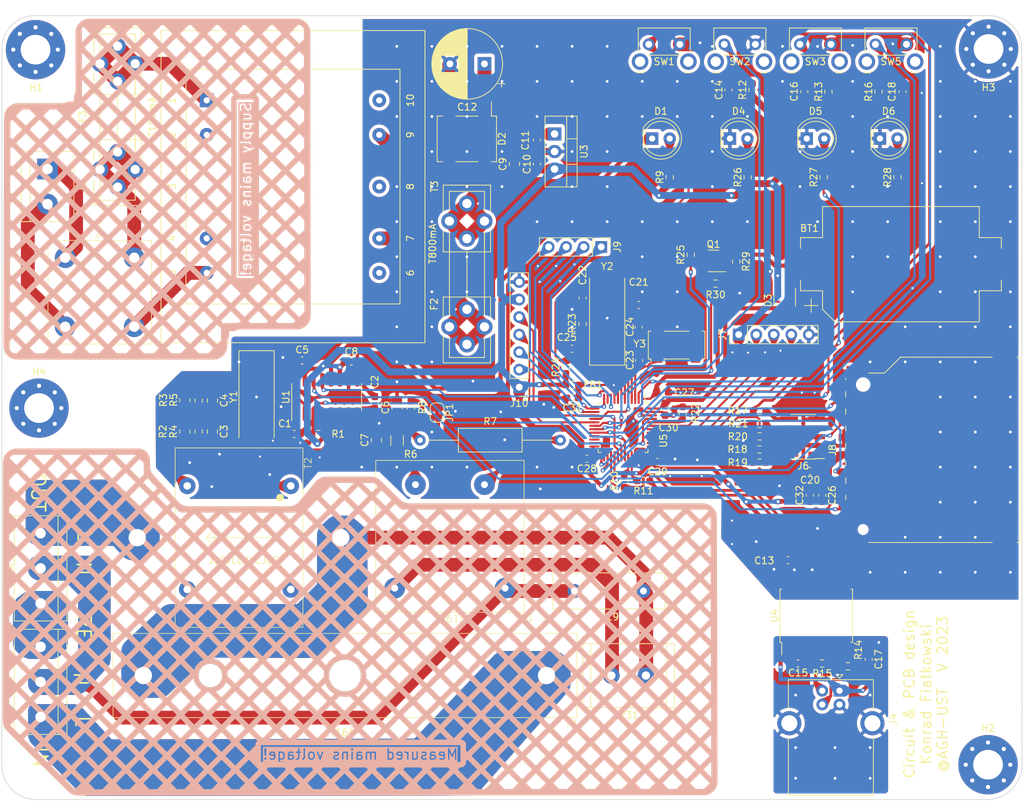
<source format=kicad_pcb>
(kicad_pcb (version 20221018) (generator pcbnew)
  (layers (0 "F.Cu" signal) (31 "B.Cu" signal) (34 "B.Paste" user) (35 "F.Paste" user) (36 "B.SilkS" user "B.Silkscreen") (37 "F.SilkS" user "F.Silkscreen") (38 "B.Mask" user) (39 "F.Mask" user) (44 "Edge.Cuts" user))
  (net 0 "")
  (net 1 "Net-(BT1-+)")
  (net 2 "GND")
  (net 3 "RESET_METER")
  (net 4 "Net-(U1-VREF+)")
  (net 5 "Net-(U1-VREF-)")
  (net 6 "IIN+")
  (net 7 "IIN-")
  (net 8 "Net-(U1-VDDD)")
  (net 9 "VIN-")
  (net 10 "VIN+")
  (net 11 "+3V3")
  (net 12 "Net-(D2-+)")
  (net 13 "SW1")
  (net 14 "GND1")
  (net 15 "Net-(U4-PDEN)")
  (net 16 "SW2")
  (net 17 "Net-(J4-VBUS)")
  (net 18 "SW3")
  (net 19 "Net-(R2-Pad1)")
  (net 20 "Net-(J1-Pin_2)")
  (net 21 "Net-(U5-PD0)")
  (net 22 "Net-(C22-Pad1)")
  (net 23 "Net-(U5-PC14)")
  (net 24 "Net-(U5-PC15)")
  (net 25 "RESET")
  (net 26 "Net-(D3-K)")
  (net 27 "Net-(U5-VDDA)")
  (net 28 "Net-(D1-K)")
  (net 29 "Net-(D2-Pad3)")
  (net 30 "Net-(D4-A)")
  (net 31 "Net-(D5-A)")
  (net 32 "Net-(D6-A)")
  (net 33 "Net-(J1-Pin_1)")
  (net 34 "Net-(F3-Pad1)")
  (net 35 "Net-(J1-Pin_3)")
  (net 36 "Net-(J2-Pin_3)")
  (net 37 "Net-(J4-D-)")
  (net 38 "Net-(J4-D+)")
  (net 39 "Net-(J6-SWDIO{slash}TMS)")
  (net 40 "Net-(J6-SWDCLK{slash}TCK)")
  (net 41 "Net-(J6-SWO{slash}TDO)")
  (net 43 "Net-(J6-NC{slash}TDI)")
  (net 44 "Net-(J6-~{RESET})")
  (net 45 "I2C_SDA")
  (net 46 "I2C_SCL")
  (net 47 "I2C_SMBAI")
  (net 48 "SPI2_CS")
  (net 49 "SPI2_MOSI")
  (net 50 "SPI2_SCK")
  (net 51 "SPI2_MISO")
  (net 56 "XL")
  (net 57 "YU")
  (net 58 "XR")
  (net 59 "YD")
  (net 60 "DC")
  (net 61 "RES")
  (net 62 "SPI1_MOSI")
  (net 63 "SPI1_SCK")
  (net 64 "Net-(Q1-G)")
  (net 65 "VBAT_MEAS_ADC")
  (net 66 "Net-(R3-Pad2)")
  (net 67 "Net-(R7-Pad2)")
  (net 68 "Net-(C19-Pad1)")
  (net 69 "Net-(U4-DD+)")
  (net 70 "USB_DM")
  (net 71 "Net-(U4-DD-)")
  (net 72 "USB_DD")
  (net 73 "Net-(U4-UD+)")
  (net 74 "Net-(U4-UD-)")
  (net 75 "LOW_BATT_LED")
  (net 76 "FAIL_LED")
  (net 77 "VBAT_MEAS_EN")
  (net 78 "Net-(R31-Pad2)")
  (net 80 "Net-(U1-XOUT)")
  (net 81 "Net-(U1-XIN)")
  (net 82 "TX_RX")
  (net 83 "RX_TX")
  (net 84 "Net-(U5-PD1)")
  (net 87 "JTMS_SWDIO")
  (net 88 "JTCK_SWCLK")
  (net 89 "JTDI")
  (net 90 "JTDO")
  (net 91 "Net-(U5-BOOT0)")
  (net 95 "Net-(D1-A)")
  (net 96 "Net-(D2-Pad4)")
  (net 97 "Net-(F2-Pad1)")
  (net 98 "Net-(F3-Pad2)")
  (net 99 "Net-(J3-Pin_1)")
  (net 100 "Net-(J3-Pin_2)")
  (net 101 "Net-(SW4-Pad3)")
  (net 102 "Net-(JP1-B)")
  (footprint "Capacitor_SMD:C_0603_1608Metric_Pad1.08x0.95mm_HandSolder" (layer "F.Cu") (at 162.975 141.575 180)
    (fp_text reference "C27")
    (fp_text value "100n")
  )
  (footprint "Resistor_SMD:R_0603_1608Metric_Pad0.98x0.95mm_HandSolder" (layer "F.Cu") (at 95.75 147.25 -90)
    (fp_text reference "R4")
    (fp_text value "1k")
  )
  (footprint "Capacitor_SMD:C_0603_1608Metric_Pad1.08x0.95mm_HandSolder" (layer "F.Cu") (at 184.35 153 180)
    (fp_text reference "C20")
    (fp_text value "100n")
  )
  (footprint "footprints:TV19E" (layer "F.Cu") (at 142.91 173.44 180)
    (fp_text reference "TR1")
    (fp_text value "TV19E")
  )
  (footprint "Resistor_SMD:R_0603_1608Metric_Pad0.98x0.95mm_HandSolder" (layer "F.Cu") (at 160.2 154.4 180)
    (fp_text reference "R11")
    (fp_text value "24R")
  )
  (footprint "Connector_Card:SD_TE_2041021" (layer "F.Cu") (at 201.2 149.95 90)
    (fp_text reference "J8")
    (fp_text value "SD_Card")
  )
  (footprint "Resistor_SMD:R_0603_1608Metric_Pad0.98x0.95mm_HandSolder" (layer "F.Cu") (at 186.3 110.4 90)
    (fp_text reference "R27")
    (fp_text value "33R")
  )
  (footprint "Resistor_SMD:R_0603_1608Metric_Pad0.98x0.95mm_HandSolder" (layer "F.Cu") (at 187 98 90)
    (fp_text reference "R13")
    (fp_text value "10k")
  )
  (footprint "Capacitor_SMD:C_0603_1608Metric_Pad1.08x0.95mm_HandSolder" (layer "F.Cu") (at 117.8825 137.095 180)
    (fp_text reference "C8")
    (fp_text value "100n")
  )
  (footprint "Resistor_SMD:R_0603_1608Metric_Pad0.98x0.95mm_HandSolder" (layer "F.Cu") (at 177.025 147.95)
    (fp_text reference "R20")
    (fp_text value "100R")
  )
  (footprint "LED_THT:LED_D5.0mm" (layer "F.Cu") (at 183.86 104.8)
    (fp_text reference "D5")
    (fp_text value "LED")
  )
  (footprint "TerminalBlock:TerminalBlock_bornier-3_P5.08mm" (layer "F.Cu") (at 72.85 188.6 90)
    (fp_text reference "J1")
    (fp_text value "Conn_01x03_Male")
  )
  (footprint "Battery:BatteryHolder_Keystone_1060_1x2032" (layer "F.Cu") (at 197.5 123)
    (fp_text reference "BT1")
    (fp_text value "Battery_Cell")
  )
  (footprint "footprints:Fuseholder5x20_horiz_open_universal_Type-III" (layer "F.Cu") (at 134.62 134.62 90)
    (fp_text reference "F2")
    (fp_text value "T500mA")
  )
  (footprint "Resistor_SMD:R_0603_1608Metric_Pad0.98x0.95mm_HandSolder" (layer "F.Cu") (at 157.4 154.4 90)
    (fp_text reference "R10")
    (fp_text value "24R")
  )
  (footprint "Resistor_THT:R_Radial_Power_L13.0mm_W9.0mm_P5.00mm" (layer "F.Cu") (at 160.55 182.6 180)
    (fp_text reference "R31")
    (fp_text value "100k; 300V")
  )
  (footprint "Resistor_SMD:R_0603_1608Metric_Pad0.98x0.95mm_HandSolder" (layer "F.Cu") (at 173.64 122.6125 -90)
    (fp_text reference "R29")
    (fp_text value "10k")
  )
  (footprint "Connector_PinHeader_1.27mm:PinHeader_2x05_P1.27mm_Vertical_SMD" (layer "F.Cu") (at 183.35 148 180)
    (fp_text reference "J6")
    (fp_text value "Conn_ARM_JTAG_SWD_10")
  )
  (footprint "Button_Switch_THT:SW_SPST_Omron_B3F-315x_Angled" (layer "F.Cu") (at 171.910002 91.15)
    (fp_text reference "SW2")
    (fp_text value "SW_Push")
  )
  (footprint "MountingHole:MountingHole_4.3mm_M4_Pad_Via" (layer "F.Cu") (at 210.2 91.825)
    (fp_text reference "H3")
    (fp_text value "MountingHole")
  )
  (footprint "Capacitor_SMD:C_0603_1608Metric_Pad1.08x0.95mm_HandSolder" (layer "F.Cu") (at 192.83 180.26 -90)
    (fp_text reference "C17")
    (fp_text value "100n")
  )
  (footprint "MountingHole:MountingHole_4.3mm_M4_Pad_Via" (layer "F.Cu") (at 210.119581 195.519581)
    (fp_text reference "H2")
    (fp_text value "MountingHole")
  )
  (footprint "Capacitor_SMD:C_0805_2012Metric_Pad1.18x1.45mm_HandSolder" (layer "F.Cu") (at 97.75 142.75 -90)
    (fp_text reference "C4")
    (fp_text value "27n")
  )
  (footprint "Resistor_SMD:R_1206_3216Metric_Pad1.30x1.75mm_HandSolder" (layer "F.Cu") (at 124.5 148.55 90)
    (fp_text reference "R6")
    (fp_text value "50R")
  )
  (footprint "Capacitor_SMD:C_0603_1608Metric_Pad1.08x0.95mm_HandSolder" (layer "F.Cu") (at 182.575 180.85)
    (fp_text reference "C15")
    (fp_text value "100n")
  )
  (footprint "footprints:Fuseholder5x20_horiz_open_universal_Type-III" (layer "F.Cu") (at 84.02 111.825 90)
    (fp_text reference "F3")
    (fp_text value "T100mA")
  )
  (footprint "Capacitor_SMD:C_0603_1608Metric_Pad1.08x0.95mm_HandSolder" (layer "F.Cu") (at 184.3 156.4875 -90)
    (fp_text reference "C32")
    (fp_text value "1u")
  )
  (footprint "Resistor_SMD:R_0603_1608Metric_Pad0.98x0.95mm_HandSolder" (layer "F.Cu") (at 170.64 125.8125)
    (fp_text reference "R30")
    (fp_text value "100R")
  )
  (footprint "Capacitor_SMD:C_0603_1608Metric_Pad1.08x0.95mm_HandSolder" (layer "F.Cu") (at 144.75 108.5 90)
    (fp_text reference "C10")
    (fp_text value "100n")
  )
  (footprint "Resistor_SMD:R_0603_1608Metric_Pad0.98x0.95mm_HandSolder" (layer "F.Cu") (at 176 97.75 90)
    (fp_text reference "R12")
    (fp_text value "10k")
  )
  (footprint "Package_SO:SOIC-16_3.9x9.9mm_P1.27mm" (layer "F.Cu") (at 114.3 142.24 90)
    (fp_text reference "U1")
    (fp_text value "CS5490")
  )
  (footprint "Capacitor_SMD:C_0603_1608Metric_Pad1.08x0.95mm_HandSolder" (layer "F.Cu") (at 121.285 143.0375 -90)
    (fp_text reference "C2")
    (fp_text value "100n")
  )
  (footprint "Resistor_SMD:R_0603_1608Metric_Pad0.98x0.95mm_HandSolder" (layer "F.Cu") (at 149.875 140.5)
    (fp_text reference "FB1")
    (fp_text value "FerriteBead")
  )
  (footprint "Resistor_SMD:R_0603_1608Metric_Pad0.98x0.95mm_HandSolder" (layer "F.Cu") (at 164 110.4 90)
    (fp_text reference "R9")
    (fp_text value "470R")
  )
  (footprint "MountingHole:MountingHole_4.3mm_M4_Pad_Via" (layer "F.Cu") (at 72.625 143.85)
    (fp_text reference "H4")
    (fp_text value "MountingHole")
  )
  (footprint "TerminalBlock:TerminalBlock_bornier-3_P5.08mm" (layer "F.Cu") (at 72.85 172.15 90)
    (fp_text reference "J2")
    (fp_text value "Conn_01x03_Male")
  )
  (footprint "Package_TO_SOT_THT:TO-220-3_Vertical" (layer "F.Cu") (at 147.32 104.14 -90)
    (fp_text reference "U3")
    (fp_text value "LMS8117A")
  )
  (footprint "Capacitor_SMD:C_0603_1608Metric_Pad1.08x0.95mm_HandSolder" (layer "F.Cu") (at 110.75 136.95 180)
    (fp_text reference "C5")
    (fp_text value "100n")
  )
  (footprint "Capacitor_SMD:C_0603_1608Metric_Pad1.08x0.95mm_HandSolder" (layer "F.Cu") (at 159.512 128.905)
    (fp_text reference "C21")
    (fp_text value "18p")
  )
  (footprint "LED_THT:LED_D5.0mm" (layer "F.Cu") (at 194.46 104.8)
    (fp_text reference "D6")
    (fp_text value "LED")
  )
  (footprint "Transformer_THT:Transformer_Breve_TEZ-38x45" (layer "F.Cu") (at 96.92 99.26 -90)
    (fp_text reference "T3")
    (fp_text value "TEZ 6,0/D 230/7,5V")
  )
  (footprint "Package_SO:SOIC-16W_7.5x10.3mm_P1.27mm" (layer "F.Cu") (at 185.235 173.9375 90)
    (fp_text reference "U4")
    (fp_text value "ADUM3160")
  )
  (footprint "Capacitor_SMD:C_0805_2012Metric_Pad1.18x1.45mm_HandSolder" (layer "F.Cu") (at 124.5 143.75 90)
    (fp_text reference "C6")
    (fp_text value "27n")
  )
  (footprint "Resistor_SMD:R_0603_1608Metric_Pad0.98x0.95mm_HandSolder" (layer "F.Cu") (at 189.83 181.26 180)
    (fp_text reference "R14")
    (fp_text value "24R")
  )
  (footprint "Capacitor_SMD:C_0603_1608Metric_Pad1.08x0.95mm_HandSolder" (layer "F.Cu") (at 186.1 156.4875 -90)
    (fp_text reference "C26")
    (fp_text value "100n")
  )
  (footprint "Capacitor_SMD:C_0603_1608Metric_Pad1.08x0.95mm_HandSolder" (layer "F.Cu") (at 181.175 165.875)
    (fp_text reference "C13")
    (fp_text value "100n")
  )
  (footprint "Button_Switch_THT:SW_SPST_Omron_B3F-315x_Angled" (layer "F.Cu") (at 160.96 91.15)
    (fp_text reference "SW1")
    (fp_text value "SW_Push")
  )
  (footprint "Capacitor_SMD:C_0603_1608Metric_Pad1.08x0.95mm_HandSolder" (layer "F.Cu") (at 197.75 98 -90)
    (fp_text reference "C18")
    (fp_text value "100n")
  )
  (footprint "Capacitor_SMD:C_0805_2012Metric_Pad1.18x1.45mm_HandSolder" (layer "F.Cu") (at 141.5 108.5 90)
    (fp_text reference "C9")
    (fp_text value "10u")
  )
  (footprint "Capacitor_THT:CP_Radial_D10.0mm_P5.00mm" (layer "F.Cu") (at 137.16 93.98 180)
    (fp_text reference "C12")
    (fp_text value "1000u/25V")
  )
  (footprint "Capacitor_SMD:C_0603_1608Metric_Pad1.08x0.95mm_HandSolder" (layer "F.Cu") (at 144.75 105 -90)
    (fp_text reference "C11")
    (fp_text value "100n")
  )
  (footprint "Package_TO_SOT_SMD:SOT-23-3" (layer "F.Cu") (at 180.675 128.25 -90)
    (fp_text reference "D3")
    (fp_text value "D_Schottky_Dual_CommonCathode_AAK")
  )
  (footprint "Capacitor_SMD:C_0805_2012Metric_Pad1.18x1.45mm_HandSolder" (layer "F.Cu") (at 121.5 148.5 90)
    (fp_text reference "C7")
    (fp_text value "27n")
  )
  (footprint "Capacitor_SMD:C_0603_1608Metric_Pad1.08x0.95mm_HandSolder" (layer "F.Cu") (at 183.5 98 -90)
    (fp_text reference "C16")
    (fp_text value "100n")
  )
  (footprint "Capacitor_SMD:C_0603_1608Metric_Pad1.08x0.95mm_HandSolder" (layer "F.Cu") (at 162.25 151.65 180)
    (fp_text reference "C29")
    (fp_text value "100n")
  )
  (footprint "Resistor_SMD:R_0603_1608Metric_Pad0.98x0.95mm_HandSolder" (layer "F.Cu") (at 177 149.85)
    (fp_text reference "R18")
    (fp_text value "100R")
  )
  (footprint "Button_Switch_THT:SW_SPST_Omron_B3F-315x_Angled" (layer "F.Cu") (at 182.860004 91.15)
    (fp_text reference "SW3")
    (fp_text value "SW_Push")
  )
  (footprint "Button_Switch_THT:SW_SPST_Omron_B3F-315x_Angled" (layer "F.Cu") (at 193.810006 91.15)
    (fp_text reference "SW5")
    (fp_text value "SW_Push")
  )
  (footprint "Resistor_SMD:R_0603_1608Metric_Pad0.98x0.95mm_HandSolder" (layer "F.Cu") (at 148.971 137.922 -90)
    (fp_text reference "R24")
    (fp_text value "10k")
  )
  (footprint "LED_THT:LED_D5.0mm" (layer "F.Cu") (at 172.725 104.8)
    (fp_text reference "D4")
    (fp_text value "LED")
  )
  (footprint "Connector_PinHeader_2.54mm:PinHeader_1x04_P2.54mm_Vertical" (layer "F.Cu") (at 154.08 120.5 -90)
    (fp_text reference "J9")
    (fp_text value "Conn_01x04_Pin")
  )
  (footprint "Resistor_SMD:R_0603_1608Metric_Pad0.98x0.95mm_HandSolder" (layer "F.Cu") (at 186.1 180.85)
    (fp_text reference "R15")
    (fp_text value "24R")
  )
  (footprint "Resistor_SMD:R_0805_2012Metric_Pad1.20x1.40mm_HandSolder" (layer "F.Cu") (at 93.75 147.25 90)
    (fp_text reference "R2")
    (fp_text value "25R")
  )
  (footprint "Package_QFP:LQFP-48_7x7mm_P0.5mm" (layer "F.Cu") (at 157.25 146.6625 -90)
    (fp_text reference "U5")
    (fp_text value "STM32F103C8Tx")
  )
  (footprint "Resistor_SMD:R_0805_2012Metric_Pad1.20x1.40mm_HandSolder" (layer "F.Cu") (at 93.75 142.71 90)
    (fp_text reference "R3")
    (fp_text value "25R")
  )
  (footprint "Connector_PinHeader_2.54mm:PinHeader_1x05_P2.54mm_Vertical" (layer "F.Cu") (at 174 133.2 90)
    (fp_text reference "J7")
    (fp_text value "Conn_01x05_Pin")
  )
  (footprint "Resistor_SMD:R_0603_1608Metric_Pad0.98x0.95mm_HandSolder" (layer "F.Cu") (at 194.25 98 90)
    (fp_text reference "R16")
    (fp_text value "10k")
  )
  (footprint "MountingHole:MountingHole_4.3mm_M4_Pad_Via" (layer "F.Cu") (at 72.119581 91.919581)
    (fp_text reference "H1")
    (fp_text value "MountingHole")
  )
  (footprint "Capacitor_SMD:C_0603_1608Metric_Pad1.08x0.95mm_HandSolder" (layer "F.Cu") (at 163.322 144.018 90)
    (fp_text reference "C30")
    (fp_text value "100n")
  )
  (footprint "Crystal:Crystal_SMD_Abracon_ABS25-4Pin_8.0x3.8mm" (layer "F.Cu") (at 165 134.7225 90)
    (fp_text reference "Y3")
    (fp_text value "Crystal_32kHz")
  )
  (footprint "Capacitor_SMD:C_0603_1608Metric_Pad1.08x0.95mm_HandSolder" (layer "F.Cu") (at 149.86 135.255)
    (fp_text reference "C25")
    (fp_text value "100n")
  )
  (footprint "Resistor_SMD:R_0603_1608Metric_Pad0.98x0.95mm_HandSolder" (layer "F.Cu") (at 177 151.75)
    (fp_text reference "R19")
    (fp_text value "100R")
  )
  (footprint "Capacitor_SMD:C_0603_1608Metric_Pad1.08x0.95mm_HandSolder" (layer "F.Cu") (at 172.5 97.75 -90)
    (fp_text reference "C14")
    (fp_text value "100n")
  )
  (footprint "TerminalBlock:TerminalBlock_bornier-2_P5.08mm" (layer "F.Cu") (at 73.86 109.22 -90)
    (fp_text reference "J3")
    (fp_text value "Conn_01x02_Male")
  )
  (footprint "Jumper:SolderJumper-2_P1.3mm_Bridged_RoundedPad1.0x1.5mm" (layer "F.Cu") (at 130.302 144.511 -90)
    (fp_text reference "JP1")
    (fp_text value "Jumper_2_Bridged")
  )
  (footprint "Diode_SMD:Diode_Bridge_Vishay_DFS" (layer "F.Cu") (at 134.61 104.85 -90)
    (fp_text reference "D2")
    (fp_text value "D_Bridge_+-AA")
  )
  (footprint "LED_THT:LED_D5.0mm" (layer "F.Cu") (at 161.46 104.8)
    (fp_text reference "D1")
    (fp_text value "LED")
  )
  (footprint "Capacitor_SMD:C_0603_1608Metric_Pad1.08x0.95mm_HandSolder" (layer "F.Cu") (at 152 151.2 180)
    (fp_text reference "C28")
    (fp_text value "100n")
  )
  (footprint "Resistor_SMD:R_0603_1608Metric_Pad0.98x0.95mm_HandSolder" (layer "F.Cu") (at 167.05 121.65 -90)
    (fp_text reference "R25")
    (fp_text value "10k")
  )
  (footprint "Crystal:Crystal_SMD_HC49-SD" (layer "F.Cu") (at 104.14 142.24 -90)
    (fp_text reference "Y1")
    (fp_text value "Crystal_4,096MHz")
  )
  (footprint "Resistor_SMD:R_0603_1608Metric_Pad0.98x0.95mm_HandSolder" (layer "F.Cu") (at 95.75 142.75 90)
    (fp_text reference "R5")
    (fp_text value "1k")
  )
  (footprint "Connector_USB:USB_B_OST_USB-B1HSxx_Horizontal" (layer "F.Cu") (at 188.6 184.8 -90)
    (fp_text reference "J4")
    (fp_text value "USB_B")
  )
  (footprint "Resistor_SMD:R_0603_1608Metric_Pad0.98x0.95mm_HandSolder" (layer "F.Cu") (at 175.3 110.4125 90)
    (fp_text reference "R26")
    (fp_text value "33R")
  )
  (footprint "Resistor_SMD:R_0603_1608Metric_Pad0.98x0.95mm_HandSolder" (layer "F.Cu") (at 126.5 143.75 90)
    (fp_text reference "R8")
    (fp_text value "1k")
  )
  (footprint "Capacitor_THT:C_Disc_D16.0mm_W5.0mm_P10.00mm" (layer "F.Cu") (at 160.2 170.35 180)
    (fp_text reference "C19")
    (fp_text value "C")
  )
  (footprint "Resistor_SMD:R_0603_1608Metric_Pad0.98x0.95mm_HandSolder" (layer "F.Cu") (at 177 144.225)
    (fp_text reference "R17")
    (fp_text value "100R")
  )
  (footprint "Crystal:Crystal_SMD_HC49-SD" (layer "F.Cu") (at 154.94 130.937 90)
    (fp_text reference "Y2")
    (fp_text value "Crystal_16M")
  )
  (footprint "Capacitor_SMD:C_0603_1608Metric_Pad1.08x0.95mm_HandSolder" (layer "F.Cu") (at 159.55 136.95 90)
    (fp_text reference "C23")
    (fp_text value "12,5p")
  )
  (footprint "Resistor_SMD:R_0603_1608Metric_Pad0.98x0.95mm_HandSolder" (layer "F.Cu") (at 151.384 131.699 90)
    (fp_text reference "R23")
    (fp_text value "390R")
  )
  (footprint "Capacitor_SMD:C_0603_1608Metric_Pad1.08x0.95mm_HandSolder" (layer "F.Cu") (at 159.5 132.1375 90)
    (fp_text reference "C24")
    (fp_text value "12,5p")
  )
  (footprint "Capacitor_SMD:C_0603_1608Metric_Pad1.08x0.95mm_HandSolder" (layer "F.Cu") (at 109.6 147.6)
    (fp_text reference "C1")
    (fp_text value "100n")
  )
  (footprint "Resistor_SMD:R_0603_1608Metric_Pad0.98x0.95mm_HandSolder" (layer "F.Cu") (at 197 110.4 90)
    (fp_text reference "R28")
    (fp_text value "33R")
  )
  (footprint "Resistor_SMD:R_0603_1608Metric_Pad0.98x0.95mm_HandSolder" (layer "F.Cu") (at 113.1 147.6)
    (fp_text reference "R1")
    (fp_text value "10k")
  )
  (footprint "Resistor_SMD:R_0603_1608Metric_Pad0.98x0.95mm_HandSolder" (layer "F.Cu") (at 165.875 144.575 90)
    (fp_text reference "R22")
    (fp_text value "10k")
  )
  (footprint "Connector_PinHeader_2.54mm:PinHeader_1x07_P2.54mm_Vertical" (layer "F.Cu") (at 142.2 140.825 180)
    (fp_text reference "J10")
    (fp_text value "Conn_01x07_Pin")
  )
  (footprint "Package_TO_SOT_SMD:SOT-23-3" (layer "F.Cu") (at 170.33 122.5325 180)
    (fp_text reference "Q1")
    (fp_text value "Q_PMOS_GSD")
  )
  (footprint "Capacitor_SMD:C_0603_1608Metric_Pad1.08x0.95mm_HandSolder" (layer "F.Cu") (at 151.384 127.889 90)
    (fp_text reference "C22")
    (fp_text value "18p")
  )
  (footprint "footprints:BK2-S-4201-1-R" (layer "F.Cu") (at 150.45 188.6 180)
    (fp_text reference "F1")
    (fp_text value "Fuse 20A")
    (fp_circle (center 33.5 6) (end 35.8 6) (stroke (width 0.05)) (fill none) (layer "Edge.Cuts"))
    (fp_circle (center 53 6) (end 54.7 6) (stroke (width 0.05)) (fill none) (layer "Edge.Cuts"))
  )
  (footprint "footprints:mains_switch" (layer "F.Cu") (at 88.9175 119.5625 -90)
    (fp_text reference "SW4")
    (fp_text value "SW_DPST")
  )
  (footprint "Resistor_THT:R_Axial_DIN0309_L9.0mm_D3.2mm_P20.32mm_Horizontal" (layer "F.Cu") (at 127.84 148.5)
    (fp_text reference "R7")
    (fp_text value "450R, 0,25W")
  )
  (footprint "Capacitor_SMD:C_0805_2012Metric_Pad1.18x1.45mm_HandSolder" (layer "F.Cu") (at 97.75 147.25 -90)
    (fp_text reference "C3")
    (fp_text value "27n")
  )
  (footprint "Resistor_SMD:R_0603_1608Metric_Pad0.98x0.95mm_HandSolder" (layer "F.Cu") (at 177.025 146.15)
    (fp_text reference "R21")
    (fp_text value "100R")
  )
  (footprint "footprints:TA14Z-400" (layer "F.Cu") (at 110.35 149.6225 -90)
    (fp_text reference "T2")
    (fp_text value "TA14Z-400")
  )
  (footprint "Capacitor_SMD:C_0603_1608Metric_Pad1.08x0.95mm_HandSolder" (layer "F.Cu") (at 149.925 142.375)
    (fp_text reference "C31")
    (fp_text value "100n")
  )
  (gr_line (start 72 87) (end 210.25 87) (stroke (width 0.1)) (layer "Edge.Cuts"))
  (gr_line (start 209.985534 200.564466) (end 72.235534 200.564466) (stroke (width 0.1)) (layer "Edge.Cuts"))
  (gr_arc (start 67.25 91.75) (mid 68.641243 88.391243) (end 72 87) (stroke (width 0.1)) (layer "Edge.Cuts"))
  (gr_arc (start 72.235534 200.564466) (mid 68.7 199.1) (end 67.235534 195.564466) (stroke (width 0.1)) (layer "Edge.Cuts"))
  (gr_arc (start 215.05002 195.514466) (mid 213.565785 199.09048) (end 209.985534 200.564465) (stroke (width 0.1)) (layer "Edge.Cuts"))
  (gr_arc (start 210.25 87) (mid 213.608757 88.391243) (end 215 91.75) (stroke (width 0.1)) (layer "Edge.Cuts"))
  (gr_line (start 67.235534 195.564466) (end 67.25 91.75) (stroke (width 0.1)) (layer "Edge.Cuts"))
  (gr_line (start 215 91.75) (end 215.05002 195.514466) (stroke (width 0.1)) (layer "Edge.Cuts"))
  (gr_text "Measured mains voltage!" (at 133.475 194.9) (layer "B.SilkS" knockout) (effects (font (size 1.5 1.5) (thickness 0.2)) (justify left bottom mirror)))
  (gr_text "Supply mains voltage!" (at 103.475 99.375 90) (layer "B.SilkS" knockout) (effects (font (size 1.5 1.5) (thickness 0.2)) (justify left bottom mirror)))
  (gr_text "N" (at 80 184.3 90) (layer "F.SilkS") (effects (font (size 2 2) (thickness 0.25)) (justify left bottom)))
  (gr_text "L" (at 77.725 188.225 -90) (layer "F.SilkS") (effects (font (size 2 2) (thickness 0.25)) (justify left bottom)))
  (gr_text "N" (at 80.425 168.3 90) (layer "F.SilkS") (effects (font (size 2 2) (thickness 0.25)) (justify left bottom)))
  (gr_text "Circuit & PCB design\nKonrad Fiałkowski\n@AGH-UST  V 2023" (at 204.425 185.3 90) (layer "F.SilkS") (effects (font (size 1.5 1.5) (thickness 0.2) bold) (justify bottom)))
  (gr_text "L" (at 78.05 161.35 -90) (layer "F.SilkS") (effects (font (size 2 2) (thickness 0.25)) (justify left bottom)))
  (gr_text "OUT" (at 71.325 153.05 270) (layer "F.SilkS") (effects (font (size 2 2) (thickness 0.25)) (justify left bottom)))
  (gr_text "PE" (at 77.925 173.525 -90) (layer "F.SilkS") (effects (font (size 2 2) (thickness 0.25)) (justify left bottom)))
  (gr_text "IN" (at 71.65 192.7 270) (layer "F.SilkS") (effects (font (size 2 2) (thickness 0.25)) (justify left bottom)))
  (gr_text "T16A" (at 116.525 190.85) (layer "F.SilkS") (effects (font (size 1 1))))
  (gr_text "JLCJLCJLCJLC" (at 97.025 166.5) (layer "F.SilkS") (effects (font (size 1 1)) (justify left bottom)))
  (gr_text "T800mA" (at 129.65 120.05 90) (layer "F.SilkS") (effects (font (size 1 1))))
  (segment (start 181.625 127.1125) (end 181.625 124.225) (width 0.6) (layer "F.Cu") (net 1))
  (segment (start 181.625 124.225) (end 182.85 123) (width 0.6) (layer "F.Cu") (net 1))
  (segment (start 179.24 123.2125) (end 177.64 121.6125) (width 0.6) (layer "F.Cu") (net 1))
  (segment (start 182.8975 123.2125) (end 179.24 123.2125) (width 0.6) (layer "F.Cu") (net 1))
  (segment (start 171.4975 121.6125) (end 171.4675 121.5825) (width 0.6) (layer "F.Cu") (net 1))
  (segment (start 177.64 121.6125) (end 171.4975 121.6125) (width 0.6) (layer "F.Cu") (net 1))
  (segment (start 198.310006 91.15) (end 196.4 91.15) (width 2) (layer "F.Cu") (net 2))
  (segment (start 132.06 94.08) (end 132.16 93.98) (width 2) (layer "F.Cu") (net 2))
  (segment (start 144.75 105.8625) (end 144.75 106.75) (width 1) (layer "F.Cu") (net 2))
  (segment (start 164.5695 144.8805) (end 164.575 144.875) (width 0.6) (layer "F.Cu") (net 2))
  (segment (start 160.57396 144.4125) (end 160.414694 144.253234) (width 0.3) (layer "F.Cu") (net 2))
  (segment (start 144.82 106.68) (end 147.32 106.68) (width 1) (layer "F.Cu") (net 2))
  (segment (start 164.375 151.625) (end 164.775 151.225) (width 0.6) (layer "F.Cu") (net 2))
  (segment (start 161.4125 144.4125) (end 162.975 144.4125) (width 0.3) (layer "F.Cu") (net 2))
  (segment (start 161.4125 144.4125) (end 160.57396 144.4125) (width 0.3) (layer "F.Cu") (net 2))
  (segment (start 144.75 106.75) (end 144.75 107.6375) (width 1) (layer "F.Cu") (net 2))
  (segment (start 163.322 144.8805) (end 164.5695 144.8805) (width 0.6) (layer "F.Cu") (net 2))
  (segment (start 144.75 106.75) (end 144.82 106.68) (width 1) (layer "F.Cu") (net 2))
  (segment (start 152.8625 151.123959) (end 152.8625 151.2) (width 0.3) (layer "F.Cu") (net 2))
  (segment (start 196.4 91.15) (end 196.325 91.075) (width 2) (layer "F.Cu") (net 2))
  (segment (start 156.5 142.5) (end 156.5 141.125) (width 0.3) (layer "F.Cu") (net 2))
  (segment (start 154.175 149.161459) (end 154.175 149.811459) (width 0.3) (layer "F.Cu") (net 2))
  (segment (start 162.975 144.4125) (end 163.3 144.7375) (width 0.3) (layer "F.Cu") (net 2))
  (segment (start 190.35 91.15) (end 190.5 91.3) (width 2) (layer "F.Cu") (net 2))
  (segment (start 165.46 91.15) (end 168.175 91.15) (width 2) (layer "F.Cu") (net 2))
  (segment (start 153.926041 148.9125) (end 154.175 149.161459) (width 0.3) (layer "F.Cu") (net 2))
  (segment (start 156.5 141.125) (end 155.9 140.525) (width 0.3) (layer "F.Cu") (net 2))
  (segment (start 153.0875 148.9125) (end 153.926041 148.9125) (width 0.3) (layer "F.Cu") (net 2))
  (segment (start 132.06 100.48) (end 132.06 94.08) (width 2) (layer "F.Cu") (net 2))
  (segment (start 160.414694 144.253234) (end 159.358995 144.253234) (width 0.3) (layer "F.Cu") (net 2))
  (segment (start 163.1125 151.6375) (end 163.125 151.625) (width 0.6) (layer "F.Cu") (net 2))
  (segment (start 164.575 144.875) (end 164.575 144.289) (width 0.6) (layer "F.Cu") (net 2))
  (segment (start 164.575 144.289) (end 165.2015 143.6625) (width 0.6) (layer "F.Cu") (net 2))
  (segment (start 154.175 149.811459) (end 152.8625 151.123959) (width 0.3) (layer "F.Cu") (net 2))
  (segment (start 187.360004 91.15) (end 190.35 91.15) (width 2) (layer "F.Cu") (net 2))
  (segment (start 168.175 91.15) (end 168.4 90.925) (width 2) (layer "F.Cu") (net 2))
  (segment (start 117.475 138.365) (end 118.745 137.095) (width 0.6) (layer "F.Cu") (net 2))
  (segment (start 159.358995 144.253234) (end 158.725 144.887229) (width 0.3) (layer "F.Cu") (net 2))
  (segment (start 165.2015 143.6625) (end 165.875 143.6625) (width 0.6) (layer "F.Cu") (net 2))
  (segment (start 158.725 144.887229) (end 158.725 145.75) (width 0.3) (layer "F.Cu") (net 2))
  (segment (start 182.06 169.2875) (end 182.06 167.2775) (width 0.6) (layer "F.Cu") (net 2))
  (segment (start 163.125 151.625) (end 164.375 151.625) (width 0.6) (layer "F.Cu") (net 2))
  (segment (start 163.1125 151.65) (end 163.1125 151.6375) (width 0.6) (layer "F.Cu") (net 2))
  (segment (start 117.475 139.765) (end 117.475 138.365) (width 0.6) (layer "F.Cu") (net 2))
  (segment (start 159.5 150.825) (end 159.5 152.15) (width 0.3) (layer "F.Cu") (net 2))
  (via (at 165.1 132.08) (size 0.8) (drill 0.4) (layers "F.Cu" "B.Cu") (net 2))
  (via (at 150.2 123.025) (size 0.6) (drill 0.3) (layers "F.Cu" "B.Cu") (net 2))
  (via (at 148.125 125.45) (size 0.6) (drill 0.3) (layers "F.Cu" "B.Cu") (net 2))
  (via (at 149.86 111.76) (size 0.8) (drill 0.4) (layers "F.Cu" "B.Cu") (net 2))
  (via (at 213.36 127) (size 0.8) (drill 0.4) (layers "F.Cu" "B.Cu") (net 2))
  (via (at 199.175 126.475) (size 0.6) (drill 0.3) (layers "F.Cu" "B.Cu") (net 2))
  (via (at 140.1 148.45) (size 0.8) (drill 0.4) (layers "F.Cu" "B.Cu") (net 2))
  (via (at 213.36 167.64) (size 0.8) (drill 0.4) (layers "F.Cu" "B.Cu") (net 2))
  (via (at 170.18 101.6) (size 0.8) (drill 0.4) (layers "F.Cu" "B.Cu") (net 2))
  (via (at 182.88 106.68) (size 0.8) (drill 0.4) (layers "F.Cu" "B.Cu") (net 2))
  (via (at 185.42 116.84) (size 0.8) (drill 0.4) (layers "F.Cu" "B.Cu") (net 2))
  (via (at 149.86 101.6) (size 0.8) (drill 0.4) (layers "F.Cu" "B.Cu") (net 2))
  (via (at 124.46 121.92) (size 0.8) (drill 0.4) (layers "F.Cu" "B.Cu") (net 2))
  (via (at 182.06 167.2775) (size 0.8) (drill 0.4) (layers "F.Cu" "B.Cu") (net 2))
  (via (at 107.95 136.525) (size 0.8) (drill 0.4) (layers "F.Cu" "B.Cu") (net 2))
  (via (at 203.2 152.4) (size 0.8) (drill 0.4) (layers "F.Cu" "B.Cu") (net 2))
  (via (at 180.34 91.44) (size 0.8) (drill 0.4) (layers "F.Cu" "B.Cu") (net 2))
  (via (at 145.175 125.55) (size 0.6) (drill 0.3) (layers "F.Cu" "B.Cu") (net 2))
  (via (at 160.02 116.84) (size 0.8) (drill 0.4) (layers "F.Cu" "B.Cu") (net 2))
  (via (at 154.94 91.44) (size 0.8) (drill 0.4) (layers "F.Cu" "B.Cu") (net 2))
  (via (at 174.15 127.2) (size 0.8) (drill 0.4) (layers "F.Cu" "B.Cu") (net 2))
  (via (at 106.5 148.575) (size 0.6) (drill 0.3) (layers "F.Cu" "B.Cu") (net 2))
  (via (at 124.46 96.52) (size 0.8) (drill 0.4) (layers "F.Cu" "B.Cu") (net 2))
  (via (at 104.14 142.24) (size 0.8) (drill 0.4) (layers "F.Cu" "B.Cu") (net 2))
  (via (at 145.25 155.55) (size 0.8) (drill 0.4) (layers "F.Cu" "B.Cu") (net 2))
  (via (at 124.46 91.44) (size 0.8) (drill 0.4) (layers "F.Cu" "B.Cu") (net 2))
  (via (at 129.54 137.16) (size 0.8) (drill 0.4) (layers "F.Cu" "B.Cu") (net 2))
  (via (at 195.58 111.76) (size 0.8) (drill 0.4) (layers "F.Cu" "B.Cu") (net 2))
  (via (at 149.86 152.4) (size 0.8) (drill 0.4) (layers "F.Cu" "B.Cu") (net 2))
  (via (at 185.42 91.44) (size 0.8) (drill 0.4) (layers "F.Cu" "B.Cu") (net 2))
  (via (at 213.36 157.48) (size 0.8) (drill 0.4) (layers "F.Cu" "B.Cu") (net 2))
  (via (at 203.2 127) (size 0.8) (drill 0.4) (layers "F.Cu" "B.Cu") (net 2))
  (via (at 198.12 167.64) (size 0.8) (drill 0.4) (layers "F.Cu" "B.Cu") (net 2))
  (via (at 170.18 91.44) (size 0.8) (drill 0.4) (layers "F.Cu" "B.Cu") (net 2))
  (via (at 144.78 152.4) (size 0.8) (drill 0.4) (layers "F.Cu" "B.Cu") (net 2))
  (via (at 203.2 96.52) (size 0.8) (drill 0.4) (layers "F.Cu" "B.Cu") (net 2))
  (via (at 177.825 135.775) (size 0.6) (drill 0.3) (layers "F.Cu" "B.Cu") (net 2))
  (via (at 139.525 144.4) (size 0.8) (drill 0.4) (layers "F.Cu" "B.Cu") (net 2))
  (via (at 213.36 132.08) (size 0.8) (drill 0.4) (layers "F.Cu" "B.Cu") (net 2))
  (via (at 203.2 132.08) (size 0.8) (drill 0.4) (layers "F.Cu" "B.Cu") (net 2))
  (via (at 203.2 116.84) (size 0.8) (drill 0.4) (layers "F.Cu" "B.Cu") (net 2))
  (via (at 98.775 150.525) (size 0.8) (drill 0.4) (layers "F.Cu" "B.Cu") (net 2))
  (via (at 129.54 116.84) (size 0.8) (drill 0.4) (layers "F.Cu" "B.Cu") (net 2))
  (via (at 168.65 153.7) (size 0.6) (drill 0.3) (layers "F.Cu" "B.Cu") (net 2))
  (via (at 176.53 163.195) (size 0.8) (drill 0.4) (layers "F.Cu" "B.Cu") (net 2))
  (via (at 101.6 137.16) (size 0.8) (drill 0.4) (layers "F.Cu" "B.Cu") (net 2))
  (via (at 155.9 140.525) (size 0.6) (drill 0.3) (layers "F.Cu" "B.Cu") (net 2))
  (via (at 134.62 96.52) (size 0.8) (drill 0.4) (layers "F.Cu" "B.Cu") (net 2))
  (via (at 149.86 132.08) (size 0.8) (drill 0.4) (layers "F.Cu" "B.Cu") (net 2))
  (via (at 208.28 137.16) (size 0.8) (drill 0.4) (layers "F.Cu" "B.Cu") (net 2))
  (via (at 129.54 127) (size 0.8) (drill 0.4) (layers "F.Cu" "B.Cu") (net 2))
  (via (at 182.88 111.76) (size 0.8) (drill 0.4) (layers "F.Cu" "B.Cu") (net 2))
  (via (at 134.62 121.92) (size 0.8) (drill 0.4) (layers "F.Cu" "B.Cu") (net 2))
  (via (at 168 151.35) (size 0.8) (drill 0.4) (layers "F.Cu" "B.Cu") (net 2))
  (via (at 139.7 91.44) (size 0.8) (drill 0.4) (layers "F.Cu" "B.Cu") (net 2))
  (via (at 119.38 152.4) (size 0.8) (drill 0.4) (layers "F.Cu" "B.Cu") (net 2))
  (via (at 208.28 167.64) (size 0.8) (drill 0.4) (layers "F.Cu" "B.Cu") (net 2))
  (via (at 173.025 160.15) (size 0.6) (drill 0.3) (layers "F.Cu" "B.Cu") (net 2))
  (via (at 165.1 96.52) (size 0.8) (drill 0.4) (layers "F.Cu" "B.Cu") (net 2))
  (via (at 165.1 127) (size 0.8) (drill 0.4) (layers "F.Cu" "B.Cu") (net 2))
  (via (at 134.62 111.76) (size 0.8) (drill 0.4) (layers "F.Cu" "B.Cu") (net 2))
  (via (at 208.28 152.4) (size 0.8) (drill 0.4) (layers "F.Cu" "B.Cu") (net 2))
  (via (at 213.36 111.76) (size 0.8) (drill 0.4) (layers "F.Cu" "B.Cu") (net 2))
  (via (at 208.28 106.68) (size 0.8) (drill 0.4) (layers "F.Cu" "B.Cu") (net 2))
  (via (at 124.46 127) (size 0.8) (drill 0.4) (layers "F.Cu" "B.Cu") (net 2))
  (via (at 129.54 106.68) (size 0.8) (drill 0.4) (layers "F.Cu" "B.Cu") (net 2))
  (via (at 149.86 116.84) (size 0.8) (drill 0.4) (layers "F.Cu" "B.Cu") (net 2))
  (via (at 144.78 116.84) (size 0.8) (drill 0.4) (layers "F.Cu" "B.Cu") (net 2))
  (via (at 168.4 90.925) (size 0.8) (drill 0.4) (layers "F.Cu" "B.Cu") (net 2))
  (via (at 134.62 91.44) (size 0.8) (drill 0.4) (layers "F.Cu" "B.Cu") (net 2))
  (via (at 134.62 101.6) (size 0.8) (drill 0.4) (layers "F.Cu" "B.Cu") (net 2))
  (via (at 110.475 148.875) (size 0.6) (drill 0.3) (layers "F.Cu" "B.Cu") (net 2))
  (via (at 124.46 111.76) (size 0.8) (drill 0.4) (layers "F.Cu" "B.Cu") (net 2))
  (via (at 208.28 132.08) (size 0.8) (drill 0.4) (layers "F.Cu" "B.Cu") (net 2))
  (via (at 193.04 167.64) (size 0.8) (drill 0.4) (layers "F.Cu" "B.Cu") (net 2))
  (via (at 139.7 96.52) (size 0.8) (drill 0.4) (layers "F.Cu" "B.Cu") (net 2))
  (via (at 213.36 116.84) (size 0.8) (drill 0.4) (layers "F.Cu" "B.Cu") (net 2))
  (via (at 208.28 142.24) (size 0.8) (drill 0.4) (layers "F.Cu" "B.Cu") (net 2))
  (via (at 165.1 116.84) (size 0.8) (drill 0.4) (layers "F.Cu" "B.Cu") (net 2))
  (via (at 170.18 116.84) (size 0.8) (drill 0.4) (layers "F.Cu" "B.Cu") (net 2))
  (via (at 129.54 96.52) (size 0.8) (drill 0.4) (layers "F.Cu" "B.Cu") (net 2))
  (via (at 178.55 124.05) (size 0.8) (drill 0.4) (layers "F.Cu" "B.Cu") (net 2))
  (via (at 175.26 116.84) (size 0.8) (drill 0.4) (layers "F.Cu" "B.Cu") (net 2))
  (via (at 208.28 111.76) (size 0.8) (drill 0.4) (layers "F.Cu" "B.Cu") (net 2))
  (via (at 139.7 111.76) (size 0.8) (drill 0.4) (layers "F.Cu" "B.Cu") (net 2))
  (via (at 160.02 121.92) (size 0.8) (drill 0.4) (layers "F.Cu" "B.Cu") (net 2))
  (via (at 203.2 106.68) (size 0.8) (drill 0.4) (layers "F.Cu" "B.Cu") (net 2))
  (via (at 195.58 116.84) (size 0.8) (drill 0.4) (layers "F.Cu" "B.Cu") (net 2))
  (via (at 203.2 147.32) (size 0.8) (drill 0.4) (layers "F.Cu" "B.Cu") (net 2))
  (via (at 160.02 127) (size 0.8) (drill 0.4) (layers "F.Cu" "B.Cu") (net 2))
  (via (at 124.46 152.4) (size 0.8) (drill 0.4) (layers "F.Cu" "B.Cu") (net 2))
  (via (at 195.58 121.92) (size 0.8) (drill 0.4) (layers "F.Cu" "B.Cu") (net 2))
  (via (at 173.075 135.775) (size 0.6) (drill 0.3) (layers "F.Cu" "B.Cu") (net 2))
  (via (at 173.025 163.55) (size 0.6) (drill 0.3) (layers "F.Cu" "B.Cu") (net 2))
  (via (at 203.2 162.56) (size 0.8) (drill 0.4) (layers "F.Cu" "B.Cu") (net 2))
  (via (at 195.58 101.6) (size 0.8) (drill 0.4) (layers "F.Cu" "B.Cu") (net 2))
  (via (at 159.5 152.15) (size 0.6) (drill 0.3) (layers "F.Cu" "B.Cu") (net 2))
  (via (at 135.5 139.95) (size 0.8) (drill 0.4) (layers "F.Cu" "B.Cu") (net 2))
  (via (at 160.02 96.52) (size 0.8) (drill 0.4) (layers "F.Cu" "B.Cu") (net 2))
  (via (at 208.28 157.48) (size 0.8) (drill 0.4) (layers "F.Cu" "B.Cu") (net 2))
  (via (at 175.26 101.6) (size 0.8) (drill 0.4) (layers "F.Cu" "B.Cu") (net 2))
  (via (at 124.475 140.05) (size 0.8) (drill 0.4) (layers "F.Cu" "B.Cu") (net 2))
  (via (at 164.575 144.875) (size 0.6) (drill 0.3) (layers "F.Cu" "B.Cu") (net 2))
  (via (at 144.78 91.44) (size 0.8) (drill 0.4) (layers "F.Cu" "B.Cu") (net 2))
  (via (at 174.65 148.55) (size 0.8) (drill 0.4) (layers "F.Cu" "B.Cu") (net 2))
  (via (at 179.11 167.2025) (size 0.8) (drill 0.4) (layers "F.Cu" "B.Cu") (net 2))
  (via (at 190.5 111.76) (size 0.8) (drill 0.4) (layers "F.Cu" "B.Cu") (net 2))
  (via (at 165.575 141.625) (size 0.6) (drill 0.3) (layers "F.Cu" "B.Cu") (net 2))
  (via (at 153.075 152.5) (size 0.6) (drill 0.3) (layers "F.Cu" "B.Cu") (net 2))
  (via (at 170.18 96.52) (size 0.8) (drill 0.4) (layers "F.Cu" "B.Cu") (net 2))
  (via (at 145.75 143.3) (size 0.8) (drill 0.4) (layers "F.Cu" "B.Cu") (net 2))
  (via (at 106.05 153.475) (size 0.8) (drill 0.4) (layers "F.Cu" "B.Cu") (net 2))
  (via (at 147.2 143.75) (size 0.8) (drill 0.4) (layers "F.Cu" "B.Cu") (net 2))
  (via (at 154.94 111.76) (size 0.8) (drill 0.4) (layers "F.Cu" "B.Cu") (net 2))
  (via (at 213.36 152.4) (size 0.8) (drill 0.4) (layers "F.Cu" "B.Cu") (net 2))
  (via (at 129.54 152.4) (size 0.8) (drill 0.4) (layers "F.Cu" "B.Cu") (net 2))
  (via (at 190.5 96.52) (size 0.8) (drill 0.4) (layers "F.Cu" "B.Cu") (net 2))
  (via (at 154.94 106.68) (size 0.8) (drill 0.4) (layers "F.Cu" "B.Cu") (net 2))
  (via (at 198.12 132.08) (size 0.8) (drill 0.4) (layers "F.Cu" "B.Cu") (net 2))
  (via (at 129.54 132.08) (size 0.8) (drill 0.4) (layers "F.Cu" "B.Cu") (net 2))
  (via (at 144.9 123.275) (size 0.6) (drill 0.3) (layers "F.Cu" "B.Cu") (net 2))
  (via (at 200.55 111.275) (size 0.6) (drill 0.3) (layers "F.Cu" "B.Cu") (net 2))
  (via (at 129.54 91.44) (size 0.8) (drill 0.4) (layers "F.Cu" "B.Cu") (net 2))
  (via (at 208.28 147.32) (size 0.8) (drill 0.4) (layers "F.Cu" "B.Cu") (net 2))
  (via (at 190.5 127) (size 0.8) (drill 0.4) (layers "F.Cu" "B.Cu") (net 2))
  (via (at 185 141.625) (size 0.6) (drill 0.3) (layers "F.Cu" "B.Cu") (net 2))
  (via (at 190.5 91.3) (size 0.8) (drill 0.4) (layers "F.Cu" "B.Cu") (net 2))
  (via (at 213.36 96.52) (size 0.8) (drill 0.4) (layers "F.Cu" "B.Cu") (net 2))
  (via (at 208.28 121.92) (size 0.8) (drill 0.4) (layers "F.Cu" "B.Cu") (net 2))
  (via (at 213.36 101.6) (size 0.8) (drill 0.4) (layers "F.Cu" "B.Cu") (net 2))
  (via (at 160.02 101.6) (size 0.8) (drill 0.4) (layers "F.Cu" "B.Cu") (net 2))
  (via (at 144.78 96.52) (size 0.8) (drill 0.4) (layers "F.Cu" "B.Cu") (net 2))
  (via (at 124.46 132.08) (size 0.8) (drill 0.4) (layers "F.Cu" "B.Cu") (net 2))
  (via (at 164.775 151.225) (size 0.8) (drill 0.4) (layers "F.Cu" "B.Cu") (net 2))
  (via (at 147.55 123.25) (size 0.6) (drill 0.3) (layers "F.Cu" "B.Cu") (net 2))
  (via (at 154.94 116.84) (size 0.8) (drill 0.4) (layers "F.Cu" "B.Cu") (net 2))
  (via (at 203.2 137.16) (size 0.8) (drill 0.4) (layers "F.Cu" "B.Cu") (net 2))
  (via (at 149.86 129.54) (size 0.8) (drill 0.4) (layers "F.Cu" "B.Cu") (net 2))
  (via (at 165.1 121.92) (size 0.8) (drill 0.4) (layers "F.Cu" "B.Cu") (net 2))
  (via (at 196.325 91.075) (size 0.8) (drill 0.4) (layers "F.Cu" "B.Cu") (net 2))
  (via (at 129.54 101.6) (size 0.8) (drill 0.4) (layers "F.Cu" "B.Cu") (net 2))
  (via (at 203.2 167.64) (size 0.8) (drill 0.4) (layers "F.Cu" "B.Cu") (net 2))
  (via (at 198.12 162.56) (size 0.8) (drill 0.4) (layers "F.Cu" "B.Cu") (net 2))
  (via (at 94.45 151.75) (size 0.8) (drill 0.4) (layers "F.Cu" "B.Cu") (net 2))
  (via (at 175.35 135.825) (size 0.6) (drill 0.3) (layers "F.Cu" "B.Cu") (net 2))
  (via (at 180.05 135.525) (size 0.6) (drill 0.3) (layers "F.Cu" "B.Cu") (net 2))
  (via (at 134.62 152.4) (size 0.8) (drill 0.4) (layers "F.Cu" "B.Cu") (net 2))
  (via (at 190.5 116.84) (size 0.8) (drill 0.4) (layers "F.Cu" "B.Cu") (net 2))
  (via (at 213.36 106.68) (size 0.8) (drill 0.4) (layers "F.Cu" "B.Cu") (net 2))
  (via (at 184.65 167.275) (size 0.8) (drill 0.4) (layers "F.Cu" "B.Cu") (net 2))
  (via (at 124.46 101.6) (size 0.8) (drill 0.4) (layers "F.Cu" "B.Cu") (net 2))
  (via (at 203.2 91.44) (size 0.8) (drill 0.4) (layers "F.Cu" "B.Cu") (net 2))
  (via (at 170.18 106.68) (size 0.8) (drill 0.4) (layers "F.Cu" "B.Cu") (net 2))
  (via (at 203.2 101.6) (size 0.8) (drill 0.4) (layers "F.Cu" "B.Cu") (net 2))
  (via (at 97.65 155.225) (size 0.8) (drill 0.4) (layers "F.Cu" "B.Cu") (net 2))
  (via (at 179.9 155.1) (size 0.8) (drill 0.4) (layers "F.Cu" "B.Cu") (net 2))
  (via (at 190.5 121.92) (size 0.8) (drill 0.4) (layers "F.Cu" "B.Cu") (net 2))
  (via (at 158.725 145.75) (size 0.6) (drill 0.3) (layers "F.Cu" "B.Cu") (net 2))
  (via (at 134.62 106.68) (size 0.8) (drill 0.4) (layers "F.Cu" "B.Cu") (net 2))
  (via (at 129.54 147.32) (size 0.8) (drill 0.4) (layers "F.Cu" "B.Cu") (net 2))
  (via (at 208.28 127) (size 0.8) (drill 0.4) (layers "F.Cu" "B.Cu") (net 2))
  (via (at 149.86 96.52) (size 0.8) (drill 0.4) (layers "F.Cu" "B.Cu") (net 2))
  (via (at 213.36 147.32) (size 0.8) (drill 0.4) (layers "F.Cu" "B.Cu") (net 2))
  (via (at 107.7 143.65) (size 0.8) (drill 0.4) (layers "F.Cu" "B.Cu") (net 2))
  (via (at 124.46 116.84) (size 0.8) (drill 0.4) (layers "F.Cu" "B.Cu") (net 2))
  (via (at 167.7 141.625) (size 0.6) (drill 0.3) (layers "F.Cu" "B.Cu") (net 2))
  (via (at 124.46 137.16) (size 0.8) (drill 0.4) (layers "F.Cu" "B.Cu") (net 2))
  (via (at 134.62 127) (size 0.8) (drill 0.4) (layers "F.Cu" "B.Cu") (net 2))
  (via (at 208.28 96.52) (size 0.8) (drill 0.4) (layers "F.Cu" "B.Cu") (net 2))
  (via (at 132.95 144.3) (size 0.8) (drill 0.4) (layers "F.Cu" "B.Cu") (net 2))
  (via (at 149.86 91.44) (size 0.8) (drill 0.4) (layers "F.Cu" "B.Cu") (net 2))
  (via (at 113.284 151.003) (size 0.6) (drill 0.3) (layers "F.Cu" "B.Cu") (net 2))
  (via (at 139.7 106.68) (size 0.8) (drill 0.4) (layers "F.Cu" "B.Cu") (net 2))
  (via (at 203.2 121.92) (size 0.8) (drill 0.4) (layers "F.Cu" "B.Cu") (net 2))
  (via (at 149.86 106.68) (size 0.8) (drill 0.4) (layers "F.Cu" "B.Cu") (net 2))
  (via (at 208.28 162.56) (size 0.8) (drill 0.4) (layers "F.Cu" "B.Cu") (net 2))
  (via (at 213.36 142.24) (size 0.8) (drill 0.4) (layers "F.Cu" "B.Cu") (net 2))
  (via (at 190.5 106.68) (size 0.8) (drill 0.4) (layers "F.Cu" "B.Cu") (net 2))
  (via (at 203.2 157.48) (size 0.8) (drill 0.4) (layers "F.Cu" "B.Cu") (net 2))
  (via (at 144.78 101.6) (size 0.8) (drill 0.4) (layers "F.Cu" "B.Cu") (net 2))
  (via (at 183.15 141.6) (size 0.6) (drill 0.3) (layers "F.Cu" "B.Cu") (net 2))
  (via (at 165.1 101.6) (size 0.8) (drill 0.4) (layers "F.Cu" "B.Cu") (net 2))
  (via (at 185.42 161.29) (size 0.8) (drill 0.4) (layers "F.Cu" "B.Cu") (net 2))
  (via (at 121.92 146.05) (size 0.8) (drill 0.4) (layers "F.Cu" "B.Cu") (net 2))
  (via (at 164.075 153.7) (size 0.6) (drill 0.3) (layers "F.Cu" "B.Cu") (net 2))
  (via (at 129.54 111.76) (size 0.8) (drill 0.4) (layers "F.Cu" "B.Cu") (net 2))
  (via (at 154.94 130.81) (size 0.8) (drill 0.4) (layers "F.Cu" "B.Cu") (net 2))
  (via (at 170.18 111.76) (size 0.8) (drill 0.4) (layers "F.Cu" "B.Cu") (net 2))
  (via (at 180.34 96.52) (size 0.8) (drill 0.4) (layers "F.Cu" "B.Cu") (net 2))
  (via (at 208.28 116.84) (size 0.8) (drill 0.4) (layers "F.Cu" "B.Cu") (net 2))
  (via (at 203.2 142.24) (size 0.8) (drill 0.4) (layers "F.Cu" "B.Cu") (net 2))
  (via (at 193.04 137.16) (size 0.8) (drill 0.4) (layers "F.Cu" "B.Cu") (net 2))
  (via (at 154.94 96.52) (size 0.8) (drill 0.4) (layers "F.Cu" "B.Cu") (net 2))
  (via (at 208.28 101.6) (size 0.8) (drill 0.4) (layers "F.Cu" "B.Cu") (net 2))
  (via (at 104.648 150.876) (size 0.6) (drill 0.3) (layers "F.Cu" "B.Cu") (net 2))
  (via (at 200.525 98.2) (size 0.6) (drill 0.3) (layers "F.Cu" "B.Cu") (net 2))
  (via (at 190.5 101.6) (size 0.8) (drill 0.4) (layers "F.Cu" "B.Cu") (net 2))
  (via (at 203.2 111.76) (size 0.8) (drill 0.4) (layers "F.Cu" "B.Cu") (net 2))
  (via (at 154.94 101.6) (size 0.8) (drill 0.4) (layers "F.Cu" "B.Cu") (net 2))
  (via (at 198.12 137.16) (size 0.8) (drill 0.4) (layers "F.Cu" "B.Cu") (net 2))
  (segment (start 112.395 143.755) (end 112.395 144.715) (width 0.3) (layer "F.Cu") (net 3))
  (segment (start 114.05 143.15) (end 113 143.15) (width 0.3) (layer "F.Cu") (net 3))
  (segment (start 112.395 144.715) (end 112.395 147.155) (width 0.6) (layer "F.Cu") (net 3))
  (segment (start 114.13 143.07) (end 114.05 143.15) (width 0.3) (layer "F.Cu") (net 3))
  (segment (start 113 143.15) (end 112.395 143.755) (width 0.3) (layer "F.Cu") (net 3))
  (segment (start 160.14 145.846459) (end 160.573959 145.4125) (width 0.3) (layer "F.Cu") (net 3))
  (segment (start 160.573959 145.4125) (end 161.4125 145.4125) (width 0.3) (layer "F.Cu") (net 3))
  (segment (start 160.14 149) (end 160.14 145.846459) (width 0.3) (layer "F.Cu") (net 3))
  (segment (start 110.4625 147.6) (end 112.395 145.6675) (width 0.6) (layer "F.Cu") (net 3))
  (segment (start 112.395 147.155) (end 112.2 147.35) (width 0.6) (layer "F.Cu") (net 3))
  (segment (start 112.395 145.6675) (end 112.395 144.715) (width 0.6) (layer "F.Cu") (net 3))
  (via (at 160.14 149) (size 0.6) (drill 0.3) (layers "F.Cu" "B.Cu") (net 3))
  (via (at 114.13 143.07) (size 0.6) (drill 0.3) (layers "F.Cu" "B.Cu") (net 3))
  (segment (start 154.187867 154.1) (end 139.2 154.1) (width 0.3) (layer "B.Cu") (net 3))
  (segment (start 139.2 154.1) (end 128.25 143.15) (width 0.3) (layer "B.Cu") (net 3))
  (segment (start 160.14 149) (end 159.287867 149) (width 0.3) (layer "B.Cu") (net 3))
  (segment (start 128.25 143.15) (end 114.21 143.15) (width 0.3) (layer "B.Cu") (net 3))
  (segment (start 114.21 143.15) (end 114.13 143.07) (width 0.3) (layer "B.Cu") (net 3))
  (segment (start 159.287867 149) (end 154.187867 154.1) (width 0.3) (layer "B.Cu") (net 3))
  (segment (start 121.155 142.175) (end 118.745 139.765) (width 0.6) (layer "F.Cu") (net 4))
  (segment (start 121.285 142.175) (end 121.155 142.175) (width 0.6) (layer "F.Cu") (net 4))
  (segment (start 121.285 143.9) (end 119.56 143.9) (width 0.6) (layer "F.Cu") (net 5))
  (segment (start 119.56 143.9) (end 118.745 144.715) (width 0.6) (layer "F.Cu") (net 5))
  (segment (start 100.3 147.6) (end 100.3 150) (width 0.6) (layer "F.Cu") (net 6))
  (segment (start 117 149.5) (end 117 147.87263) (width 0.6) (layer "F.Cu") (net 6))
  (segment (start 100.3 150) (end 102.15 151.85) (width 0.6) (layer "F.Cu") (net 6))
  (segment (start 98.9125 146.2125) (end 100.3 147.6) (width 0.6) (layer "F.Cu") (net 6))
  (segment (start 114.935 145.80763) (end 114.935 144.715) (width 0.6) (layer "F.Cu") (net 6))
  (segment (start 117 147.87263) (end 114.935 145.80763) (width 0.6) (layer "F.Cu") (net 6))
  (segment (start 97.625 146.3375) (end 97.75 146.2125) (width 0.6) (layer "F.Cu") (net 6))
  (segment (start 102.15 151.85) (end 114.65 151.85) (width 0.6) (layer "F.Cu") (net 6))
  (segment (start 97.75 146.2125) (end 98.9125 146.2125) (width 0.6) (layer "F.Cu") (net 6))
  (segment (start 95.75 146.3375) (end 97.625 146.3375) (width 0.6) (layer "F.Cu") (net 6))
  (segment (start 114.65 151.85) (end 117 149.5) (width 0.6) (layer "F.Cu") (net 6))
  (segment (start 100.2 143.8) (end 97.7625 143.8) (width 0.6) (layer "F.Cu") (net 7))
  (segment (start 113.665 144.715) (end 113.665 145.923) (width 0.6) (layer "F.Cu") (net 7))
  (segment (start 115.189 147.193) (end 115.189 148.463) (width 0.6) (layer "F.Cu") (net 7))
  (segment (start 114.173 146.431) (end 114.427 146.431) (width 0.6) (layer "F.Cu") (net 7))
  (segment (start 115.189 148.463) (end 113.652 150) (width 0.6) (layer "F.Cu") (net 7))
  (segment (start 102.75 150) (end 101.25 148.5) (width 0.6) (layer "F.Cu") (net 7))
  (segment (start 97.7625 143.8) (end 97.75 143.7875) (width 0.6) (layer "F.Cu") (net 7))
  (segment (start 97.625 143.6625) (end 97.75 143.7875) (width 0.6) (layer "F.Cu") (net 7))
  (segment (start 101.25 148.5) (end 101.25 144.85) (width 0.6) (layer "F.Cu") (net 7))
  (segment (start 113.652 150) (end 102.75 150) (width 0.6) (layer "F.Cu") (net 7))
  (segment (start 113.665 145.923) (end 114.173 146.431) (width 0.6) (layer "F.Cu") (net 7))
  (segment (start 114.427 146.431) (end 115.189 147.193) (width 0.6) (layer "F.Cu") (net 7))
  (segment (start 101.25 144.85) (end 100.2 143.8) (width 0.6) (layer "F.Cu") (net 7))
  (segment (start 95.75 143.6625) (end 97.625 143.6625) (width 0.6) (layer "F.Cu") (net 7))
  (segment (start 109.855 136.9825) (end 109.8875 136.95) (width 0.6) (layer "F.Cu") (net 8))
  (segment (start 109.855 139.765) (end 109.855 136.9825) (width 0.6) (layer "F.Cu") (net 8))
  (segment (start 117.475 145.796) (end 117.475 144.715) (width 0.6) (layer "F.Cu") (net 9))
  (segment (start 124.35 144.9375) (end 121.1275 144.9375) (width 0.6) (layer "F.Cu") (net 9))
  (segment (start 118.237 146.558) (end 117.475 145.796) (width 0.6) (layer "F.Cu") (net 9))
  (segment (start 121.1275 144.9375) (end 119.507 146.558) (width 0.6) (layer "F.Cu") (net 9))
  (segment (start 126.375 144.7875) (end 126.5 144.6625) (width 0.6) (layer "F.Cu") (net 9))
  (segment (start 124.5 144.7875) (end 126.375 144.7875) (width 0.6) (layer "F.Cu") (net 9))
  (segment (start 124.5 144.7875) (end 124.35 144.9375) (width 0.6) (layer "F.Cu") (net 9))
  (segment (start 119.507 146.558) (end 118.237 146.558) (width 0.6) (layer "F.Cu") (net 9))
  (segment (start 117.7445 147.4625) (end 116.205 145.923) (width 0.6) (layer "F.Cu") (net 10))
  (segment (start 116.205 145.923) (end 116.205 144.715) (width 0.6) (layer "F.Cu") (net 10))
  (segment (start 126.34 147) (end 124.5 147) (width 0.6) (layer "F.Cu") (net 10))
  (segment (start 121.9625 147) (end 121.5 147.4625) (width 0.6) (layer "F.Cu") (net 10))
  (segment (start 121.5 147.4625) (end 117.7445 147.4625) (width 0.6) (layer "F.Cu") (net 10))
  (segment (start 124.5 147) (end 121.9625 147) (width 0.6) (layer "F.Cu") (net 10))
  (segment (start 127.84 148.5) (end 126.34 147) (width 0.6) (layer "F.Cu") (net 10))
  (segment (start 179.65 102.3125) (end 185.3625 102.3125) (width 1) (layer "F.Cu") (net 11))
  (segment (start 161.2 152.025) (end 160 150.825) (width 0.3) (layer "F.Cu") (net 11))
  (segment (start 162.45 113.05) (end 162.45 112.8625) (width 1) (layer "F.Cu") (net 11))
  (segment (start 111.835 138.15) (end 113.45 138.15) (width 0.6) (layer "F.Cu") (net 11))
  (segment (start 151.1375 151.2) (end 151.1375 148.7875) (width 1) (layer "F.Cu") (net 11))
  (segment (start 116.205 137.91) (end 117.02 137.095) (width 0.6) (layer "F.Cu") (net 11))
  (segment (start 185.3625 102.3125) (end 187 100.675) (width 1) (layer "F.Cu") (net 11))
  (segment (start 183.35 167.0175) (end 182.01 165.6775) (width 0.6) (layer "F.Cu") (net 11))
  (segment (start 116.205 139.765) (end 116.205 137.91) (width 0.6) (layer "F.Cu") (net 11))
  (segment (start 178.875 111.325) (end 179.65 110.55) (width 1) (layer "F.Cu") (net 11))
  (segment (start 151.1375 151.2) (end 151.3 151.2) (width 0.3) (layer "F.Cu") (net 11))
  (segment (start 175.075 157.425) (end 175.075 157.475) (width 0.6) (layer "F.Cu") (net 11))
  (segment (start 162.45 112.8625) (end 164 111.3125) (width 1) (layer "F.Cu") (net 11))
  (segment (start 183.33 169.2875) (end 185.87 169.2875) (width 0.6) (layer "F.Cu") (net 11))
  (segment (start 113.45 138.15) (end 113.8 137.8) (width 0.6) (layer "F.Cu") (net 11))
  (segment (start 148.9625 138.843) (end 148.971 138.8345) (width 0.6) (layer "F.Cu") (net 11))
  (segment (start 170.275 152.625) (end 162.3625 152.625) (width 0.6) (layer "F.Cu") (net 11))
  (segment (start 159.1495 153.297692) (end 159.739808 153.297692) (width 0.6) (layer "F.Cu") (net 11))
  (segment (start 114.0125 147.6) (end 114.0125 147.9375) (width 0.6) (layer "F.Cu") (net 11))
  (segment (start 144.75 109.3625) (end 141.675 109.3625) (width 1) (layer "F.Cu") (net 11))
  (segment (start 180.79 169.2875) (end 180.81 169.2675) (width 0.6) (layer "F.Cu") (net 11))
  (segment (start 172.95 113.05) (end 173.575 113.05) (width 1) (layer "F.Cu") (net 11))
  (segment (start 162.565 143.9125) (end 161.4125 143.9125) (width 0.3) (layer "F.Cu") (net 11))
  (segment (start 142.2 144.625) (end 142.2 140.825) (width 1) (layer "F.Cu") (net 11))
  (segment (start 186.1 157.35) (end 186.1 157.25) (width 0.6) (layer "F.Cu") (net 11))
  (segment (start 163.322 142.9595) (end 163.2625 142.9) (width 0.3) (layer "F.Cu") (net 11))
  (segment (start 189.025 150.575) (end 189.225 150.575) (width 0.6) (layer "F.Cu") (net 11))
  (segment (start 183.33 169.2875) (end 183.35 169.2675) (width 0.6) (layer "F.Cu") (net 11))
  (segment (start 141.675 109.3625) (end 141.5 109.5375) (width 1) (layer "F.Cu") (net 11))
  (segment (start 154.1 155.1) (end 154.107105 155.1) (width 0.6) (layer "F.Cu") (net 11))
  (segment (start 180.81 169.2675) (end 180.81 167.254707) (width 0.6) (layer "F.Cu") (net 11))
  (segment (start 168.725 142.675) (end 174 137.4) (width 0.6) (layer "F.Cu") (net 11))
  (segment (start 179.7375 157.3625) (end 179.7 157.4) (width 0.6) (layer "F.Cu") (net 11))
  (segment (start 151.1375 148.7875) (end 149.112501 146.762501) (width 1) (layer "F.Cu") (net 11))
  (segment (start 182.01 166.054707) (end 182.01 165.7275) (width 0.6) (layer "F.Cu") (net 11))
  (segment (start 185.3 150.54) (end 185.2125 150.6275) (width 0.6) (layer "F.Cu") (net 11))
  (segment (start 186.1 157.25) (end 187.2 156.15) (width 0.6) (layer "F.Cu") (net 11))
  (segment (start 151.1375 152.1375) (end 154.1 155.1) (width 0.6) (layer "F.Cu") (net 11))
  (segment (start 174 137.4) (end 174 133.2) (width 0.6) (layer "F.Cu") (net 11))
  (segment (start 163.322 143.1555) (end 162.565 143.9125) (width 0.3) (layer "F.Cu") (net 11))
  (segment (start 179.725 127.1125) (end 179.725 124.75) (width 0.6) (layer "F.Cu") (net 11))
  (segment (start 114.0125 147.9375) (end 112.95 149) (width 0.6) (layer "F.Cu") (net 11))
  (segment (start 148.9625 140.5) (end 148.9625 138.843) (width 0.6) (layer "F.Cu") (net 11))
  (segment (start 180.81 167.254707) (end 182.01 166.054707) (width 0.6) (layer "F.Cu") (net 11))
  (segment (start 172.5125 154.8625) (end 170.275 152.625) (width 0.6) (layer "F.Cu") (net 11))
  (segment (start 187.2 152.4) (end 189.025 150.575) (width 0.6) (layer "F.Cu") (net 11))
  (segment (start 151.1375 151.2) (end 151.1375 152.1375) (width 0.6) (layer "F.Cu") (net 11))
  (segment (start 163.322 143.1555) (end 163.8025 142.675) (width 0.6) (layer "F.Cu") (net 11))
  (segment (start 185.2125 150.6275) (end 185.2125 153) (width 0.6) (layer "F.Cu") (net 11))
  (segment (start 187 98.9125) (end 194.25 98.9125) (width 1) (layer "F.Cu") (net 11))
  (segment (start 189.225 150.575) (end 189.175 150.625) (width 0.6) (layer "F.Cu") (net 11))
  (segment (start 173.575 113.05) (end 175.3 111.325) (width 1) (layer "F.Cu") (net 11))
  (segment (start 144.75 109.3625) (end 147.1775 109.3625) (width 1) (layer "F.Cu") (net 11))
  (segment (start 179.725 124.75) (end 179.65 124.675) (width 0.6) (layer "F.Cu") (net 11))
  (segment (start 187 100.675) (end 187 98.9125) (width 1) (layer "F.Cu") (net 11))
  (segment (start 179.65 110.55) (end 179.65 102.3125) (width 1) (layer "F.Cu") (net 11))
  (segment (start 189.175 150.625) (end 185.385 150.625) (width 0.6) (layer "F.Cu") (net 11))
  (segment (start 111.125 139.765) (end 111.125 138.86) (width 0.6) (layer "F.Cu") (net 11))
  (segment (start 111.125 138.86) (end 111.835 138.15) (width 0.6) (layer "F.Cu") (net 11))
  (segment (start 163.8025 142.675) (end 168.725 142.675) (width 0.6) (layer "F.Cu") (net 11))
  (segment (start 184.3 157.35) (end 186.1 157.35) (width 0.6) (layer "F.Cu") (net 11))
  (segment (start 179.65 102.3125) (end 176 98.6625) (width 1) (layer "F.Cu") (net 11))
  (segment (start 175.3 111.325) (end 178.875 111.325) (width 1) (layer "F.Cu") (net 11))
  (segment (start 162.3625 152.625) (end 161.3875 151.65) (width 0.6) (layer "F.Cu") (net 11))
  (segment (start 182.0375 164.4375) (end 182.0375 165.875) (width 0.6) (layer "F.Cu") (net 11))
  (segment (start 147.1775 109.3625) (end 147.32 109.22) (width 1) (layer "F.Cu") (net 11))
  (segment (start 185.5 157.3625) (end 179.7375 157.3625) (width 0.6) (layer "F.Cu") (net 11))
  (segment (start 187.2 156.15) (end 187.2 152.4) (width 0.6) (layer "F.Cu") (net 11))
  (segment (start 185.385 150.625) (end 185.3 150.54) (width 0.6) (layer "F.Cu") (net 11))
  (segment (start 151.3 151.2) (end 153.0875 149.4125) (width 0.3) (layer "F.Cu") (net 11))
  (segment (start 183.35 169.2675) (end 183.35 167.0175) (width 0.6) (layer "F.Cu") (net 11))
  (segment (start 159.739808 153.297692) (end 161.3875 151.65) (width 0.6) (layer "F.Cu") (net 11))
  (segment (start 113.8 137.8) (end 113.8 137.75) (width 0.6) (layer "F.Cu") (net 11))
  (segment (start 148.9625 140.5) (end 148.922948 140.460448) (width 0.6) (layer "F.Cu") (net 11))
  (segment (start 149.112501 146.762501) (end 144.337501 146.762501) (width 1) (layer "F.Cu") (net 11))
  (segment (start 175.075 157.475) (end 182.0375 164.4375) (width 0.6) (layer "F.Cu") (net 11))
  (segment (start 144.337501 146.762501) (end 142.2 144.625) (width 1) (layer "F.Cu") (net 11))
  (segment (start 148.922948 140.460448) (end 145.089552 140.460448) (width 0.6) (layer "F.Cu") (net 11))
  (via (at 172.95 113.05) (size 0.8) (drill 0.4) (layers "F.Cu" "B.Cu") (net 11))
  (via (at 179.7 157.4) (size 0.8) (drill 0.4) (layers "F.Cu" "B.Cu") (net 11))
  (via (at 154.107105 155.1) (size 0.6) (drill 0.3) (layers "F.Cu" "B.Cu") (net 11))
  (via (at 178.875 111.325) (size 0.8) (drill 0.4) (layers "F.Cu" "B.Cu") (net 11))
  (via (at 145.089552 140.460448) (size 0.8) (drill 0.4) (layers "F.Cu" "B.Cu") (net 11))
  (via (at 179.65 124.675) (size 0.8) (drill 0.4) (layers "F.Cu" "B.Cu") (net 11))
  (via (at 172.5125 154.8625) (size 0.8) (drill 0.4) (layers "F.Cu" "B.Cu") (net 11))
  (via (at 175.075 157.425) (size 0.8) (drill 0.4) (layers "F.Cu" "B.Cu") (net 11))
  (via (at 116.205 137.91) (size 0.8) (drill 0.4) (layers "F.Cu" "B.Cu") (net 11))
  (via (at 162.45 113.05) (size 0.8) (drill 0.4) (layers "F.Cu" "B.Cu") (net 11))
  (via (at 112.95 149) (size 0.8) (drill 0.4) (layers "F.Cu" "B.Cu") (net 11))
  (via (at 113.8 137.75) (size 0.8) (drill 0.4) (layers "F.Cu" "B.Cu") (net 11))
  (via (at 159.1495 153.297692) (size 0.6) (drill 0.3) (layers "F.Cu" "B.Cu") (net 11))
  (segment (start 179.65 124.675) (end 179.65 127.55) (width 1) (layer "B.Cu") (net 11))
  (segment (start 162.45 113.05) (end 172.95 113.05) (width 1) (layer "B.Cu") (net 11))
  (segment (start 142.564552 140.460448) (end 142.2 140.825) (width 0.6) (layer "B.Cu") (net 11))
  (segment (start 140.275 128.125) (end 139.5 127.35) (width 1) (layer "B.Cu") (net 11))
  (segment (start 147.32 109.22) (end 158.62 109.22) (width 1) (layer "B.Cu") (net 11))
  (segment (start 120.3 135.5) (end 123.4 138.6) (width 1) (layer "B.Cu") (net 11))
  (segment (start 123.4 138.6) (end 138.4 138.6) (width 1) (layer "B.Cu") (net 11))
  (segment (start 158.62 109.22) (end 162.45 113.05) (width 1) (layer "B.Cu") (net 11))
  (segment (start 140.325 128.125) (end 139.65 128.8) (width 1) (layer "B.Cu") (net 11))
  (segment (start 155.932105 153.275) (end 154.107105 155.1) (width 0.6) (layer "B.Cu") (net 11))
  (segment (start 159.126808 153.275) (end 155.932105 153.275) (width 0.6) (layer "B.Cu") (net 11))
  (segment (start 145.089552 140.460448) (end 142.564552 140.460448) (width 0.6) (layer "B.Cu") (net 11))
  (segment (start 142.2 128.125) (end 140.325 128.125) (width 1) (layer "B.Cu") (net 11))
  (segment (start 139.5 117.04) (end 147.32 109.22) (width 1) (layer "B.Cu") (net 11))
  (segment (start 113.8 137.75) (end 116.05 135.5) (width 1) (layer "B.Cu") (net 11))
  (segment (start 139.65 128.8) (end 139.65 137.35) (width 1) (layer "B.Cu") (net 11))
  (segment (start 159.1495 153.297692) (end 159.126808 153.275) (width 0.6) (layer "B.Cu") (net 11))
  (segment (start 179.65 124.675) (end 179.65 112.1) (width 1) (layer "B.Cu") (net 11))
  (segment (start 172.5125 154.8625) (end 175.075 157.425) (width 0.6) (layer "B.Cu") (net 11))
  (segment (start 142.2 128.125) (end 140.275 128.125) (width 1) (layer "B.Cu") (net 11))
  (segment (start 175.1 157.4) (end 179.7 157.4) (width 0.6) (layer "B.Cu") (net 11))
  (segment (start 179.65 112.1) (end 178.875 111.325) (width 1) (layer "B.Cu") (net 11))
  (segment (start 113.8 137.75) (end 116.045 137.75) (width 0.6) (layer "B.Cu") (net 11))
  (segment (start 116.05 135.5) (end 120.3 135.5) (width 1) (layer "B.Cu") (net 11))
  (segment (start 116.045 137.75) (end 116.205 137.91) (width 0.6) (layer "B.Cu") (net 11))
  (segment (start 138.4 138.6) (end 139.65 137.35) (width 1) (layer "B.Cu") (net 11))
  (segment (start 175.075 157.425) (end 175.1 157.4) (width 0.6) (layer "B.Cu") (net 11))
  (segment (start 139.65 137.35) (end 139.65 138.275) (width 1) (layer "B.Cu") (net 11))
  (segment (start 139.5 127.35) (end 139.5 117.04) (width 1) (layer "B.Cu") (net 11))
  (segment (start 112.95 149) (end 111.5 147.55) (width 1) (layer "B.Cu") (net 11))
  (segment (start 111.5 147.55) (end 111.5 140.05) (width 1) (layer "B.Cu") (net 11))
  (segment (start 111.5 140.05) (end 113.8 137.75) (width 1) (layer "B.Cu") (net 11))
  (segment (start 179.65 127.55) (end 174 133.2) (width 1) (layer "B.Cu") (net 11))
  (segment (start 139.65 138.275) (end 142.2 140.825) (width 1) (layer "B.Cu") (net 11))
  (segment (start 147.32 104.14) (end 144.7525 104.14) (width 1) (layer "F.Cu") (net 12))
  (segment (start 144.7525 104.14) (end 144.75 104.1375) (width 1) (layer "F.Cu") (net 12))
  (segment (start 137.16 100.48) (end 137.16 93.98) (width 2) (layer "F.Cu") (net 12))
  (segment (start 144.75 104.1375) (end 140.8175 104.1375) (width 1) (layer "F.Cu") (net 12))
  (segment (start 140.8175 104.1375) (end 137.16 100.48) (width 1) (layer "F.Cu") (net 12))
  (segment (start 172.5 96.8875) (end 175.95 96.8875) (width 0.6) (layer "F.Cu") (net 13))
  (segment (start 172.9 96.4875) (end 172.5 96.8875) (width 0.6) (layer "F.Cu") (net 13))
  (segment (start 155.042174 144.382826) (end 154.0125 145.4125) (width 0.3) (layer "F.Cu") (net 13))
  (segment (start 158 144) (end 157.617174 144.382826) (width 0.3) (layer "F.Cu") (net 13))
  (segment (start 175.95 96.8875) (end 176 96.8375) (width 0.6) (layer "F.Cu") (net 13))
  (segment (start 171.910002 91.15) (end 172.9 92.139998) (width 0.6) (layer "F.Cu") (net 13))
  (segment (start 157.617174 144.382826) (end 155.042174 144.382826) (width 0.3) (layer "F.Cu") (net 13))
  (segment (start 154.0125 145.4125) (end 153.0875 145.4125) (width 0.3) (layer "F.Cu") (net 13))
  (segment (start 172.9 92.139998) (end 172.9 96.4875) (width 0.6) (layer "F.Cu") (net 13))
  (via (at 158 144) (size 0.6) (drill 0.3) (layers "F.Cu" "B.Cu") (net 13))
  (segment (start 171.625 135.9) (end 171.625 133.175) (width 0.3) (layer "B.Cu") (net 13))
  (segment (start 171.625 133.175) (end 177 127.8) (width 0.3) (layer "B.Cu") (net 13))
  (segment (start 177 127.8) (end 177 96.239998) (width 0.3) (layer "B.Cu") (net 13))
  (segment (start 158 141.785166) (end 161.535166 138.25) (width 0.3) (layer "B.Cu") (net 13))
  (segment (start 158 144) (end 158 141.785166) (width 0.3) (layer "B.Cu") (net 13))
  (segment (start 169.275 138.25) (end 171.625 135.9) (width 0.3) (layer "B.Cu") (net 13))
  (segment (start 177 96.239998) (end 171.910002 91.15) (width 0.3) (layer "B.Cu") (net 13))
  (segment (start 161.535166 138.25) (end 169.275 138.25) (width 0.3) (layer "B.Cu") (net 13))
  (segment (start 182.06 180.5025) (end 181.7125 180.85) (width 0.6) (layer "F.Cu") (net 14))
  (segment (start 182.06 178.5875) (end 182.06 180.5025) (width 0.6) (layer "F.Cu") (net 14))
  (via (at 193.04 185.42) (size 0.8) (drill 0.4) (layers "F.Cu" "B.Cu") (net 14))
  (via (at 182.245 185.42) (size 0.8) (drill 0.4) (layers "F.Cu" "B.Cu") (net 14))
  (via (at 187.96 193.04) (size 0.8) (drill 0.4) (layers "F.Cu" "B.Cu") (net 14))
  (via (at 193.04 197.485) (size 0.8) (drill 0.4) (layers "F.Cu" "B.Cu") (net 14))
  (via (at 193.04 193.04) (size 0.8) (drill 0.4) (layers "F.Cu" "B.Cu") (net 14))
  (via (at 188.31 182.4775) (size 0.6) (drill 0.3) (layers "F.Cu" "B.Cu") (net 14))
  (via (at 187.96 197.485) (size 0.8) (drill 0.4) (layers "F.Cu" "B.Cu") (net 14))
  (via (at 194.31 177.8) (size 0.8) (drill 0.4) (layers "F.Cu" "B.Cu") (net 14))
  (via (at 182.245 193.04) (size 0.8) (drill 0.4) (layers "F.Cu" "B.Cu") (net 14))
  (via (at 182.245 197.485) (size 0.8) (drill 0.4) (layers "F.Cu" "B.Cu") (net 14))
  (segment (start 183.33 180.7425) (end 183.33 178.60125) (width 0.6) (layer "F.Cu") (net 15))
  (segment (start 183.4375 180.85) (end 183.33 180.7425) (width 0.6) (layer "F.Cu") (net 15))
  (segment (start 183.33 178.60125) (end 185.87 178.60125) (width 0.6) (layer "F.Cu") (net 15))
  (segment (start 160.357587 144.903234) (end 160.366853 144.9125) (width 0.3) (layer "F.Cu") (net 16))
  (segment (start 183.5 97.1375) (end 186.95 97.1375) (width 0.6) (layer "F.Cu") (net 16))
  (segment (start 183.9 92.189996) (end 183.9 96.7375) (width 0.6) (layer "F.Cu") (net 16))
  (segment (start 186.95 97.1375) (end 187 97.0875) (width 0.6) (layer "F.Cu") (net 16))
  (segment (start 159.628234 144.903234) (end 160.357587 144.903234) (width 0.3) (layer "F.Cu") (net 16))
  (segment (start 183.9 96.7375) (end 183.5 97.1375) (width 0.6) (layer "F.Cu") (net 16))
  (segment (start 182.860004 91.15) (end 183.9 92.189996) (width 0.6) (layer "F.Cu") (net 16))
  (segment (start 160.366853 144.9125) (end 161.4125 144.9125) (width 0.3) (layer "F.Cu") (net 16))
  (via (at 159.628234 144.903234) (size 0.6) (drill 0.3) (layers "F.Cu" "B.Cu") (net 16))
  (segment (start 198.95 89.65) (end 184.360004 89.65) (width 0.3) (layer "B.Cu") (net 16))
  (segment (start 159.628234 144.871766) (end 163.8 140.7) (width 0.3) (layer "B.Cu") (net 16))
  (segment (start 163.8 140.7) (end 186.2 140.7) (width 0.3) (layer "B.Cu") (net 16))
  (segment (start 184.360004 89.65) (end 182.860004 91.15) (width 0.3) (layer "B.Cu") (net 16))
  (segment (start 159.628234 144.903234) (end 159.628234 144.871766) (width 0.3) (layer "B.Cu") (net 16))
  (segment (start 186.2 140.7) (end 201.725 125.175) (width 0.3) (layer "B.Cu") (net 16))
  (segment (start 201.725 92.425) (end 198.95 89.65) (width 0.3) (layer "B.Cu") (net 16))
  (segment (start 201.725 125.175) (end 201.725 92.425) (width 0.3) (layer "B.Cu") (net 16))
  (segment (start 192.86 183.8775) (end 191.99 184.7475) (width 0.6) (layer "F.Cu") (net 17))
  (segment (start 180.06 179.33125) (end 180.79 178.60125) (width 0.6) (layer "F.Cu") (net 17))
  (segment (start 180.06 181.37375) (end 180.06 179.33125) (width 0.6) (layer "F.Cu") (net 17))
  (segment (start 192.86 181.06) (end 192.86 183.8775) (width 0.6) (layer "F.Cu") (net 17))
  (via (at 191.99 184.7475) (size 0.6) (drill 0.3) (layers "F.Cu" "B.Cu") (net 17))
  (via (at 180.06 181.37375) (size 0.6) (drill 0.3) (layers "F.Cu" "B.Cu") (net 17))
  (segment (start 180.06 183.12375) (end 180.06 181.37375) (width 0.6) (layer "B.Cu") (net 17))
  (segment (start 188.6 184.81375) (end 186.91 183.12375) (width 0.6) (layer "B.Cu") (net 17))
  (segment (start 191.96 184.82375) (end 188.61 184.82375) (width 0.6) (layer "B.Cu") (net 17))
  (segment (start 188.61 184.82375) (end 188.6 184.81375) (width 0.6) (layer "B.Cu") (net 17))
  (segment (start 186.91 183.12375) (end 180.06 183.12375) (width 0.6) (layer "B.Cu") (net 17))
  (segment (start 161.161459 140) (end 159.5 141.661459) (width 0.3) (layer "F.Cu") (net 18))
  (segment (start 193.810006 91.15) (end 194.660006 92) (width 0.6) (layer "F.Cu") (net 18))
  (segment (start 159.5 141.661459) (end 159.5 142.5) (width 0.3) (layer "F.Cu") (net 18))
  (segment (start 194.25 97.0875) (end 197.7 97.0875) (width 0.6) (layer "F.Cu") (net 18))
  (segment (start 194.660006 92) (end 194.660006 96.677494) (width 0.6) (layer "F.Cu") (net 18))
  (segment (start 197.7 97.0875) (end 197.75 97.1375) (width 0.6) (layer "F.Cu") (net 18))
  (segment (start 161.525 140) (end 161.161459 140) (width 0.3) (layer "F.Cu") (net 18))
  (segment (start 194.660006 96.677494) (end 194.25 97.0875) (width 0.6) (layer "F.Cu") (net 18))
  (via (at 161.525 140) (size 0.6) (drill 0.3) (layers "F.Cu" "B.Cu") (net 18))
  (segment (start 184.425 140) (end 199.45 124.975) (width 0.3) (layer "B.Cu") (net 18))
  (segment (start 194.1 91.15) (end 193.810006 91.15) (width 0.3) (layer "B.Cu") (net 18))
  (segment (start 161.525 140) (end 184.425 140) (width 0.3) (layer "B.Cu") (net 18))
  (segment (start 199.45 124.975) (end 199.45 96.5) (width 0.3) (layer "B.Cu") (net 18))
  (segment (start 199.45 96.5) (end 194.1 91.15) (width 0.3) (layer "B.Cu") (net 18))
  (segment (start 95.75 148.1625) (end 95.75 149.55) (width 0.6) (layer "F.Cu") (net 19))
  (segment (start 101.3225 155.1225) (end 109.1 155.1225) (width 0.6) (layer "F.Cu") (net 19))
  (segment (start 95.75 149.55) (end 101.3225 155.1225) (width 0.6) (layer "F.Cu") (net 19))
  (segment (start 93.75 148.25) (end 95.6625 148.25) (width 0.6) (layer "F.Cu") (net 19))
  (segment (start 95.6625 148.25) (end 95.75 148.1625) (width 0.6) (layer "F.Cu") (net 19))
  (segment (start 121.4 188.7) (end 140.16 169.94) (width 2) (layer "F.Cu") (net 20))
  (segment (start 78.35 182.5) (end 79.85 184) (width 2) (layer "F.Cu") (net 20))
  (segment (start 72.9 167.12) (end 72.85 167.07) (width 2) (layer "F.Cu") (net 20))
  (segment (start 78.35 182.5) (end 77.33 183.52) (width 3.5) (layer "F.Cu") (net 20))
  (segment (start 80.2 180.65) (end 80.2 170.15) (width 3.5) (layer "F.Cu") (net 20))
  (segment (start 84.8 188.7) (end 121.4 188.7) (width 2) (layer "F.Cu") (net 20))
  (segment (start 140.57 170.35) (end 140.16 169.94) (width 2) (layer "F.Cu") (net 20))
  (segment (start 80.2 170.15) (end 77.12 167.07) (width 3.5) (layer "F.Cu") (net 20))
  (segment (start 78.35 182.5) (end 80.2 180.65) (width 3.5) (layer "F.Cu") (net 20))
  (segment (start 80.1 184) (end 84.8 188.7) (width 2) (layer "F.Cu") (net 20))
  (segment (start 150.2 170.35) (end 140.57 170.35) (width 2) (layer "F.Cu") (net 20))
  (segment (start 77.12 167.07) (end 72.85 167.07) (width 3.5) (layer "F.Cu") (net 20))
  (segment (start 79.85 184) (end 80.1 184) (width 2) (layer "F.Cu") (net 20))
  (segment (start 77.33 183.52) (end 72.85 183.52) (width 3.5) (layer "F.Cu") (net 20))
  (segment (start 158 138.569) (end 158 142.5) (width 0.3) (layer "F.Cu") (net 21))
  (segment (start 154.94 132.6145) (end 158.6495 128.905) (width 0.3) (layer "F.Cu") (net 21))
  (segment (start 154.94 135.187) (end 154.94 132.6145) (width 0.3) (layer "F.Cu") (net 21))
  (segment (start 154.94 135.509) (end 158 138.569) (width 0.3) (layer "F.Cu") (net 21))
  (segment (start 154.94 135.187) (end 154.94 135.509) (width 0.3) (layer "F.Cu") (net 21))
  (segment (start 151.384 130.243) (end 154.94 126.687) (width 0.3) (layer "F.Cu") (net 22))
  (segment (start 151.384 130.7865) (end 151.384 130.243) (width 0.3) (layer "F.Cu") (net 22))
  (segment (start 151.384 130.243) (end 151.384 128.7515) (width 0.3) (layer "F.Cu") (net 22))
  (segment (start 160.76 137.8125) (end 162.25 136.3225) (width 0.3) (layer "F.Cu") (net 23))
  (segment (start 159 138.3625) (end 159.55 137.8125) (width 0.3) (layer "F.Cu") (net 23))
  (segment (start 159 142.5) (end 159 138.3625) (width 0.3) (layer "F.Cu") (net 23))
  (segment (start 159.55 137.8125) (end 160.76 137.8125) (width 0.3) (layer "F.Cu") (net 23))
  (segment (start 159.5 133) (end 158.5 134) (width 0.3) (layer "F.Cu") (net 24))
  (segment (start 158.5 134) (end 158.5 142.5) (width 0.3) (layer "F.Cu") (net 24))
  (segment (start 162.25 133.1225) (end 159.6225 133.1225) (width 0.3) (layer "F.Cu") (net 24))
  (segment (start 159.6225 133.1225) (end 159.5 133) (width 0.3) (layer "F.Cu") (net 24))
  (segment (start 176.0875 144.225) (end 177.5875 142.725) (width 0.4) (layer "F.Cu") (net 25))
  (segment (start 201.65 119.975) (end 201.65 90.525) (width 0.4) (layer "F.Cu") (net 25))
  (segment (start 177.5875 142.725) (end 178.9 142.725) (width 0.4) (layer "F.Cu") (net 25))
  (segment (start 152.558 139.35) (end 150.2175 137.0095) (width 0.3) (layer "F.Cu") (net 25))
  (segment (start 178.9 142.725) (end 201.65 119.975) (width 0.4) (layer "F.Cu") (net 25))
  (segment (start 166.725 112.775) (end 166.725 96.915) (width 0.3) (layer "F.Cu") (net 25))
  (segment (start 152.6 123.35) (end 156.15 123.35) (width 0.3) (layer "F.Cu") (net 25))
  (segment (start 147.447 128.503) (end 152.6 123.35) (width 0.3) (layer "F.Cu") (net 25))
  (segment (start 157 140.5) (end 155.85 139.35) (width 0.3) (layer "F.Cu") (net 25))
  (segment (start 163.385 88.725) (end 160.96 91.15) (width 0.4) (layer "F.Cu") (net 25))
  (segment (start 148.9975 135.255) (end 148.9975 136.983) (width 0.3) (layer "F.Cu") (net 25))
  (segment (start 201.65 90.525) (end 199.85 88.725) (width 0.4) (layer "F.Cu") (net 25))
  (segment (start 156.15 123.35) (end 166.725 112.775) (width 0.3) (layer "F.Cu") (net 25))
  (segment (start 155.85 139.35) (end 152.558 139.35) (width 0.3) (layer "F.Cu") (net 25))
  (segment (start 150.2175 137.0095) (end 148.971 137.0095) (width 0.3) (layer "F.Cu") (net 25))
  (segment (start 147.447 136.271) (end 147.447 128.503) (width 0.3) (layer "F.Cu") (net 25))
  (segment (start 157 142.5) (end 157 140.5) (width 0.3) (layer "F.Cu") (net 25))
  (segment (start 148.1855 137.0095) (end 147.447 136.271) (width 0.3) (layer "F.Cu") (net 25))
  (segment (start 199.85 88.725) (end 163.385 88.725) (width 0.4) (layer "F.Cu") (net 25))
  (segment (start 148.971 137.0095) (end 148.1855 137.0095) (width 0.3) (layer "F.Cu") (net 25))
  (segment (start 148.9975 136.983) (end 148.971 137.0095) (width 0.3) (layer "F.Cu") (net 25))
  (segment (start 166.725 96.915) (end 160.96 91.15) (width 0.3) (layer "F.Cu") (net 25))
  (segment (start 162.1125 140.5875) (end 162.1125 141.575) (width 0.6) (layer "F.Cu") (net 26))
  (segment (start 173.9125 129.3875) (end 172.05 131.25) (width 0.6) (layer "F.Cu") (net 26))
  (segment (start 163.4 139.3) (end 162.1125 140.5875) (width 0.6) (layer "F.Cu") (net 26))
  (segment (start 180.675 129.3875) (end 173.9125 129.3875) (width 0.6) (layer "F.Cu") (net 26))
  (segment (start 160 142.5) (end 161.1875 142.5) (width 0.3) (layer "F.Cu") (net 26))
  (segment (start 172.05 131.25) (end 172.05 137.681371) (width 0.6) (layer "F.Cu") (net 26))
  (segment (start 170.431371 139.3) (end 163.4 139.3) (width 0.6) (layer "F.Cu") (net 26))
  (segment (start 161.1875 142.5) (end 162.1125 141.575) (width 0.3) (layer "F.Cu") (net 26))
  (segment (start 172.05 137.681371) (end 170.431371 139.3) (width 0.6) (layer "F.Cu") (net 26))
  (segment (start 154.838541 140.5) (end 150.7875 140.5) (width 0.3) (layer "F.Cu") (net 27))
  (segment (start 150.7875 142.375) (end 150.7875 140.5) (width 0.6) (layer "F.Cu") (net 27))
  (segment (start 156 141.661459) (end 154.838541 140.5) (width 0.3) (layer "F.Cu") (net 27))
  (segment (start 156 142.5) (end 156 141.661459) (width 0.3) (layer "F.Cu") (net 27))
  (segment (start 130 141) (end 138.5 141) (width 0.6) (layer "F.Cu") (net 28))
  (segment (start 138.5 141) (end 139.5 140) (width 0.6) (layer "F.Cu") (net 28))
  (segment (start 139.5 125.550811) (end 160.250811 104.8) (width 0.6) (layer "F.Cu") (net 28))
  (segment (start 139.5 140) (end 139.5 125.550811) (width 0.6) (layer "F.Cu") (net 28))
  (segment (start 114.935 137.265) (end 117.4 134.8) (width 0.6) (layer "F.Cu") (net 28))
  (segment (start 114.935 139.765) (end 114.935 137.265) (width 0.6) (layer "F.Cu") (net 28))
  (segment (start 117.4 134.8) (end 123.8 134.8) (width 0.6) (layer "F.Cu") (net 28))
  (segment (start 123.8 134.8) (end 130 141) (width 0.6) (layer "F.Cu") (net 28))
  (segment (start 160.250811 104.8) (end 161.46 104.8) (width 0.6) (layer "F.Cu") (net 28))
  (segment (start 126.88 109.22) (end 121.92 104.26) (width 2) (layer "F.Cu") (net 29))
  (segment (start 132.06 109.22) (end 126.88 109.22) (width 2) (layer "F.Cu") (net 29))
  (segment (start 175.265 109.465) (end 175.3 109.5) (width 0.6) (layer "F.Cu") (net 30))
  (segment (start 175.265 104.8) (end 175.265 109.465) (width 0.6) (layer "F.Cu") (net 30))
  (segment (start 186.4 109.3875) (end 186.3 109.4875) (width 0.6) (layer "F.Cu") (net 31))
  (segment (start 186.4 104.8) (end 186.4 109.3875) (width 0.6) (layer "F.Cu") (net 31))
  (segment (start 197 104.8) (end 197 109.4875) (width 0.6) (layer "F.Cu") (net 32))
  (segment (start 143.4 182.6) (end 146.15 182.6) (width 3.5) (layer "F.Cu") (net 33))
  (segment (start 72.85 188.6) (end 79.6 195.35) (width 3.5) (layer "F.Cu") (net 33))
  (segment (start 130.65 195.35) (end 143.4 182.6) (width 3.5) (layer "F.Cu") (net 33))
  (segment (start 79.6 195.35) (end 130.65 195.35) (width 3.5) (layer "F.Cu") (net 33))
  (segment (start 84.02 111.825) (end 81.48 109.285) (width 2) (layer "F.Cu") (net 34))
  (segment (start 86.4175 122.0625) (end 86.4175 114.2225) (width 2) (layer "F.Cu") (net 34))
  (segment (start 84.02 106.745) (end 86.56 109.285) (width 2) (layer "F.Cu") (net 34))
  (segment (start 86.4175 114.2225) (end 84.02 111.825) (width 2) (layer "F.Cu") (net 34))
  (segment (start 86.56 109.285) (end 84.02 111.825) (width 2) (layer "F.Cu") (net 34))
  (segment (start 84.02 106.745) (end 81.48 109.285) (width 2) (layer "F.Cu") (net 34))
  (segment (start 72.85 172.15) (end 72.85 178.44) (width 3.5) (layer "F.Cu") (net 35))
  (segment (start 86.2175 161.99) (end 86.85 162.6225) (width 3.5) (layer "F.Cu") (net 36))
  (segment (start 72.85 161.99) (end 86.2175 161.99) (width 3.5) (layer "F.Cu") (net 36))
  (segment (start 185.13 180.9075) (end 185.13 183.84375) (width 0.6) (layer "F.Cu") (net 37))
  (segment (start 185.13 183.84375) (end 186.1 184.81375) (width 0.6) (layer "F.Cu") (net 37))
  (segment (start 185.1875 180.85) (end 185.13 180.9075) (width 0.6) (layer "F.Cu") (net 37))
  (segment (start 187.35 183.55) (end 187.7225 183.1775) (width 0.4) (layer "F.Cu") (net 38))
  (segment (start 186.1 186.8) (end 187.35 185.55) (width 0.4) (layer "F.Cu") (net 38))
  (segment (start 188.825 183.1775) (end 190.7425 181.26) (width 0.4) (layer "F.Cu") (net 38))
  (segment (start 187.35 185.55) (end 187.35 183.55) (width 0.4) (layer "F.Cu") (net 38))
  (segment (start 187.7225 183.1775) (end 188.825 183.1775) (width 0.4) (layer "F.Cu") (net 38))
  (segment (start 177.9125 151.75) (end 178.15 151.75) (width 0.6) (layer "F.Cu") (net 39))
  (segment (start 179.36 150.54) (end 181.4 150.54) (width 0.6) (layer "F.Cu") (net 39))
  (segment (start 178.15 151.75) (end 179.36 150.54) (width 0.6) (layer "F.Cu") (net 39))
  (segment (start 178.4925 149.27) (end 181.4 149.27) (width 0.6) (layer "F.Cu") (net 40))
  (segment (start 177.9125 149.85) (end 178.4925 149.27) (width 0.6) (layer "F.Cu") (net 40))
  (segment (start 177.9375 147.95) (end 177.9875 148) (width 0.6) (layer "F.Cu") (net 41))
  (segment (start 177.9875 148) (end 181.4 148) (width 0.6) (layer "F.Cu") (net 41))
  (segment (start 178.5175 146.73) (end 181.4 146.73) (width 0.6) (layer "F.Cu") (net 43))
  (segment (start 177.9375 146.15) (end 178.5175 146.73) (width 0.6) (layer "F.Cu") (net 43))
  (segment (start 178.125 144.225) (end 179.36 145.46) (width 0.6) (layer "F.Cu") (net 44))
  (segment (start 179.36 145.46) (end 181.4 145.46) (width 0.6) (layer "F.Cu") (net 44))
  (segment (start 177.9125 144.225) (end 178.125 144.225) (width 0.6) (layer "F.Cu") (net 44))
  (segment (start 176.54 136.58) (end 176.54 133.2) (width 0.3) (layer "F.Cu") (net 45))
  (segment (start 161.4125 146.4125) (end 166.7075 146.4125) (width 0.3) (layer "F.Cu") (net 45))
  (segment (start 166.7075 146.4125) (end 176.54 136.58) (width 0.3) (layer "F.Cu") (net 45))
  (segment (start 161.4125 146.9125) (end 167.8875 146.9125) (width 0.3) (layer "F.Cu") (net 46))
  (segment (start 179.08 135.72) (end 179.08 133.2) (width 0.3) (layer "F.Cu") (net 46))
  (segment (start 167.8875 146.9125) (end 179.08 135.72) (width 0.3) (layer "F.Cu") (net 46))
  (segment (start 169.1125 147.4125) (end 181.62 134.905) (width 0.3) (layer "F.Cu") (net 47))
  (segment (start 161.4125 147.4125) (end 169.1125 147.4125) (width 0.3) (layer "F.Cu") (net 47))
  (segment (start 181.62 134.905) (end 181.62 133.2) (width 0.3) (layer "F.Cu") (net 47))
  (segment (start 187.325 143.525) (end 187.775 143.075) (width 0.3) (layer "F.Cu") (net 48))
  (segment (start 154.100353 152.050353) (end 154.100353 151.224647) (width 0.3) (layer "F.Cu") (net 48))
  (segment (start 154.100353 151.224647) (end 154.5 150.825) (width 0.3) (layer "F.Cu") (net 48))
  (segment (start 187.775 143.075) (end 189.225 143.075) (width 0.3) (layer "F.Cu") (net 48))
  (via (at 187.325 143.525) (size 0.6) (drill 0.3) (layers "F.Cu" "B.Cu") (net 48))
  (via (at 154.100353 152.050353) (size 0.6) (drill 0.3) (layers "F.Cu" "B.Cu") (net 48))
  (segment (start 154.495947 152.050353) (end 154.100353 152.050353) (width 0.3) (layer "B.Cu") (net 48))
  (segment (start 186.95 143.9) (end 162.625 143.9) (width 0.3) (layer "B.Cu") (net 48))
  (segment (start 162.625 143.9) (end 157.2995 149.2255) (width 0.3) (layer "B.Cu") (net 48))
  (segment (start 157.2995 149.2255) (end 157.2995 149.2468) (width 0.3) (layer "B.Cu") (net 48))
  (segment (start 187.325 143.525) (end 186.95 143.9) (width 0.3) (layer "B.Cu") (net 48))
  (segment (start 157.2995 149.2468) (end 154.495947 152.050353) (width 0.3) (layer "B.Cu") (net 48))
  (segment (start 187.225 147.85) (end 189.225 145.85) (width 0.3) (layer "F.Cu") (net 49))
  (segment (start 156.275 154.275) (end 156 154) (width 0.3) (layer "F.Cu") (net 49))
  (segment (start 156 154) (end 156 150.825) (width 0.3) (layer "F.Cu") (net 49))
  (segment (start 189.225 145.85) (end 189.225 145.575) (width 0.3) (layer "F.Cu") (net 49))
  (via (at 187.225 147.85) (size 0.6) (drill 0.3) (layers "F.Cu" "B.Cu") (net 49))
  (via (at 156.275 154.275) (size 0.6) (drill 0.3) (layers "F.Cu" "B.Cu") (net 49))
  (segment (start 156.275 154.275) (end 156.5 154.05) (width 0.3) (layer "B.Cu") (net 49))
  (segment (start 186.15 147.85) (end 187.225 147.85) (width 0.3) (layer "B.Cu") (net 49))
  (segment (start 156.5 154.05) (end 159.75 154.05) (width 0.3) (layer "B.Cu") (net 49))
  (segment (start 159.75 154.05) (end 160.975 152.825) (width 0.3) (layer "B.Cu") (net 49))
  (segment (start 181.175 152.825) (end 186.15 147.85) (width 0.3) (layer "B.Cu") (net 49))
  (segment (start 160.975 152.825) (end 181.175 152.825) (width 0.3) (layer "B.Cu") (net 49))
  (segment (start 189.15 153) (end 189.225 153.075) (width 0.3) (layer "F.Cu") (net 50))
  (segment (start 154.269239 152.851926) (end 154.269239 152.8) (width 0.3) (layer "F.Cu") (net 50))
  (segment (start 188 153) (end 189.15 153) (width 0.3) (layer "F.Cu") (net 50))
  (segment (start 154.305956 152.888643) (end 154.269239 152.851926) (width 0.3) (layer "F.Cu") (net 50))
  (segment (start 154.269239 152.8) (end 155 152.069239) (width 0.3) (layer "F.Cu") (net 50))
  (segment (start 155 152.069239) (end 155 150.825) (width 0.3) (layer "F.Cu") (net 50))
  (via (at 188 153) (size 0.6) (drill 0.3) (layers "F.Cu" "B.Cu") (net 50))
  (via (at 154.305956 152.888643) (size 0.6) (drill 0.3) (layers "F.Cu" "B.Cu") (net 50))
  (segment (start 187.855761 146.180761) (end 188.722 147.047) (width 0.3) (layer "B.Cu") (net 50))
  (segment (start 161.65 145.7) (end 187.380761 145.7) (width 0.3) (layer "B.Cu") (net 50))
  (segment (start 187.380761 145.7) (end 187.855761 146.175) (width 0.3) (layer "B.Cu") (net 50))
  (segment (start 188.722 147.047) (end 188.722 152.278) (width 0.3) (layer "B.Cu") (net 50))
  (segment (start 154.461357 152.888643) (end 161.65 145.7) (width 0.3) (layer "B.Cu") (net 50))
  (segment (start 187.855761 146.175) (end 187.855761 146.180761) (width 0.3) (layer "B.Cu") (net 50))
  (segment (start 154.305956 152.888643) (end 154.461357 152.888643) (width 0.3) (layer "B.Cu") (net 50))
  (segment (start 188.722 152.278) (end 188 153) (width 0.3) (layer "B.Cu") (net 50))
  (segment (start 188.73 158.5) (end 189.225 158.005) (width 0.3) (layer "F.Cu") (net 51))
  (segment (start 188 158.5) (end 188.73 158.5) (width 0.3) (layer "F.Cu") (net 51))
  (segment (start 155.5 154.5) (end 155.5 150.825) (width 0.3) (layer "F.Cu") (net 51))
  (segment (start 156.4 155.4) (end 155.5 154.5) (width 0.3) (layer "F.Cu") (net 51))
  (via (at 188 158.5) (size 0.6) (drill 0.3) (layers "F.Cu" "B.Cu") (net 51))
  (via (at 156.4 155.4) (size 0.6) (drill 0.3) (layers "F.Cu" "B.Cu") (net 51))
  (segment (start 170.285 154.575) (end 174.21 158.5) (width 0.3) (layer "B.Cu") (net 51))
  (segment (start 157.225 154.575) (end 170.285 154.575) (width 0.3) (layer "B.Cu") (net 51))
  (segment (start 156.4 155.4) (end 157.225 154.575) (width 0.3) (layer "B.Cu") (net 51))
  (segment (start 174.21 158.5) (end 188 158.5) (width 0.3) (layer "B.Cu") (net 51))
  (segment (start 155.5 143.680996) (end 155.5 142.5) (width 0.3) (layer "F.Cu") (net 56))
  (via (at 155.5 143.680996) (size 0.6) (drill 0.3) (layers "F.Cu" "B.Cu") (net 56))
  (segment (start 154 120.5) (end 146.812 127.688) (width 0.3) (layer "B.Cu") (net 56))
  (segment (start 154.08 120.5) (end 154 120.5) (width 0.3) (layer "B.Cu") (net 56))
  (segment (start 146.812 135.412) (end 152.025 140.625) (width 0.3) (layer "B.Cu") (net 56))
  (segment (start 153.9 140.625) (end 155.5 142.225) (width 0.3) (layer "B.Cu") (net 56))
  (segment (start 155.5 142.225) (end 155.5 143.680996) (width 0.3) (layer "B.Cu") (net 56))
  (segment (start 146.812 127.688) (end 146.812 135.412) (width 0.3) (layer "B.Cu") (net 56))
  (segment (start 152.025 140.625) (end 153.9 140.625) (width 0.3) (layer "B.Cu") (net 56))
  (segment (start 155 142.5) (end 155 141.661459) (width 0.3) (layer "F.Cu") (net 57))
  (segment (start 154.751041 141.4125) (end 154.04283 141.4125) (width 0.3) (layer "F.Cu") (net 57))
  (segment (start 153.8505 141.60483) (end 153.8505 142) (width 0.3) (layer "F.Cu") (net 57))
  (segment (start 154.04283 141.4125) (end 153.8505 141.60483) (width 0.3) (layer "F.Cu") (net 57))
  (segment (start 155 141.661459) (end 154.751041 141.4125) (width 0.3) (layer "F.Cu") (net 57))
  (via (at 153.8505 142) (size 0.6) (drill 0.3) (layers "F.Cu" "B.Cu") (net 57))
  (segment (start 145.542 126.498) (end 151.54 120.5) (width 0.3) (layer "B.Cu") (net 57))
  (segment (start 152 142) (end 145.542 135.542) (width 0.3) (layer "B.Cu") (net 57))
  (segment (start 153.8505 142) (end 152 142) (width 0.3) (layer "B.Cu") (net 57))
  (segment (start 145.542 135.542) (end 145.542 126.498) (width 0.3) (layer "B.Cu") (net 57))
  (segment (start 154.5 143.654392) (end 154.5 142.5) (width 0.3) (layer "F.Cu") (net 58))
  (via (at 154.5 143.654392) (size 0.6) (drill 0.3) (layers "F.Cu" "B.Cu") (net 58))
  (segment (start 144.525 125.819239) (end 144.525 124.975) (width 0.3) (layer "B.Cu") (net 58))
  (segment (start 144.526 125.820239) (end 144.525 125.819239) (width 0.3) (layer "B.Cu") (net 58))
  (segment (start 154.5 143.654392) (end 152.704392 143.654392) (width 0.3) (layer "B.Cu") (net 58))
  (segment (start 144.525 124.975) (end 149 120.5) (width 0.3) (layer "B.Cu") (net 58))
  (segment (start 152.374907 143.325) (end 144.526 135.476093) (width 0.3) (layer "B.Cu") (net 58))
  (segment (start 152.704392 143.654392) (end 152.375 143.325) (width 0.3) (layer "B.Cu") (net 58))
  (segment (start 152.375 143.325) (end 152.374907 143.325) (width 0.3) (layer "B.Cu") (net 58))
  (segment (start 144.526 135.476093) (end 144.526 125.820239) (width 0.3) (layer "B.Cu") (net 58))
  (segment (start 152.043168 143.9125) (end 151.565334 143.434666) (width 0.3) (layer "F.Cu") (net 59))
  (segment (start 153.0875 143.9125) (end 152.043168 143.9125) (width 0.3) (layer "F.Cu") (net 59))
  (via (at 151.565334 143.434666) (size 0.6) (drill 0.3) (layers "F.Cu" "B.Cu") (net 59))
  (segment (start 143.764 123.196) (end 146.46 120.5) (width 0.3) (layer "B.Cu") (net 59))
  (segment (start 151.565334 143.434666) (end 143.764 135.633332) (width 0.3) (layer "B.Cu") (net 59))
  (segment (start 143.764 135.633332) (end 143.764 123.196) (width 0.3) (layer "B.Cu") (net 59))
  (segment (start 155.775 145.125) (end 156 145.35) (width 0.3) (layer "F.Cu") (net 60))
  (segment (start 156 149.35) (end 156.5 149.85) (width 0.3) (layer "F.Cu") (net 60))
  (segment (start 156.5 149.85) (end 156.5 150.825) (width 0.3) (layer "F.Cu") (net 60))
  (segment (start 156 145.35) (end 156 149.35) (width 0.3) (layer "F.Cu") (net 60))
  (via (at 155.775 145.125) (size 0.6) (drill 0.3) (layers "F.Cu" "B.Cu") (net 60))
  (segment (start 144.032894 138.285) (end 142.2 138.285) (width 0.3) (layer "B.Cu") (net 60))
  (segment (start 155.65 145) (end 150.747894 145) (width 0.3) (layer "B.Cu") (net 60))
  (segment (start 150.747894 145) (end 144.032894 138.285) (width 0.3) (layer "B.Cu") (net 60))
  (segment (start 155.775 145.125) (end 155.65 145) (width 0.3) (layer "B.Cu") (net 60))
  (segment (start 151.1375 144.1875) (end 151.3625 144.4125) (width 0.3) (layer "F.Cu") (net 61))
  (segment (start 151.3625 144.4125) (end 153.0875 144.4125) (width 0.3) (layer "F.Cu") (net 61))
  (via (at 151.1375 144.1875) (size 0.6) (drill 0.3) (layers "F.Cu" "B.Cu") (net 61))
  (segment (start 151.1125 144.1875) (end 142.67 135.745) (width 0.3) (layer "B.Cu") (net 61))
  (segment (start 151.1375 144.1875) (end 151.1125 144.1875) (width 0.3) (layer "B.Cu") (net 61))
  (segment (start 142.67 135.745) (end 142.2 135.745) (width 0.3) (layer "B.Cu") (net 61))
  (segment (start 145.4875 145.9125) (end 143.637 144.062) (width 0.3) (layer "F.Cu") (net 62))
  (segment (start 143.637 134.642) (end 142.2 133.205) (width 0.3) (layer "F.Cu") (net 62))
  (segment (start 153.0875 145.9125) (end 145.4875 145.9125) (width 0.3) (layer "F.Cu") (net 62))
  (segment (start 143.637 144.062) (end 143.637 134.642) (width 0.3) (layer "F.Cu") (net 62))
  (segment (start 145.5875 144.9125) (end 144.272 143.597) (width 0.3) (layer "F.Cu") (net 63))
  (segment (start 153.0875 144.9125) (end 145.5875 144.9125) (width 0.3) (layer "F.Cu") (net 63))
  (segment (start 144.272 132.737) (end 142.2 130.665) (width 0.3) (layer "F.Cu") (net 63))
  (segment (start 144.272 143.597) (end 144.272 132.737) (width 0.3) (layer "F.Cu") (net 63))
  (segment (start 171.4675 123.4825) (end 171.4675 125.7275) (width 0.6) (layer "F.Cu") (net 64))
  (segment (start 171.51 123.525) (end 171.4675 123.4825) (width 0.6) (layer "F.Cu") (net 64))
  (segment (start 173.64 123.525) (end 171.51 123.525) (width 0.6) (layer "F.Cu") (net 64))
  (segment (start 171.4675 125.7275) (end 171.5525 125.8125) (width 0.6) (layer "F.Cu") (net 64))
  (segment (start 154.3875 146.9125) (end 153.0875 146.9125) (width 0.3) (layer "F.Cu") (net 65))
  (segment (start 167.05 122.5625) (end 169.1625 122.5625) (width 0.3) (layer "F.Cu") (net 65))
  (segment (start 169.1625 122.5625) (end 169.1925 122.5325) (width 0.3) (layer "F.Cu") (net 65))
  (segment (start 156.6495 146.6495) (end 157 146.299) (width 0.3) (layer "F.Cu") (net 65))
  (segment (start 157 146.299) (end 157 145.240984) (width 0.3) (layer "F.Cu") (net 65))
  (segment (start 154.625 146.675) (end 154.3875 146.9125) (width 0.3) (layer "F.Cu") (net 65))
  (segment (start 167.05 124.15) (end 167.05 122.5625) (width 0.3) (layer "F.Cu") (net 65))
  (via (at 156.6495 146.6495) (size 0.6) (drill 0.3) (layers "F.Cu" "B.Cu") (net 65))
  (via (at 167.05 124.15) (size 0.6) (drill 0.3) (layers "F.Cu" "B.Cu") (net 65))
  (via (at 154.625 146.675) (size 0.6) (drill 0.3) (layers "F.Cu" "B.Cu") (net 65))
  (via (at 157 145.240984) (size 0.6) (drill 0.3) (layers "F.Cu" "B.Cu") (net 65))
  (segment (start 161.25 137.75) (end 157 142) (width 0.3) (layer "B.Cu") (net 65))
  (segment (start 169.675 136.725) (end 168.65 137.75) (width 0.3) (layer "B.Cu") (net 65))
  (segment (start 154.6505 146.6495) (end 154.625 146.675) (width 0.3) (layer "B.Cu") (net 65))
  (segment (start 169.675 129.275) (end 169.675 136.725) (width 0.3) (layer "B.Cu") (net 65))
  (segment (start 167.05 126.65) (end 169.675 129.275) (width 0.3) (layer "B.Cu") (net 65))
  (segment (start 168.65 137.75) (end 161.25 137.75) (width 0.3) (layer "B.Cu") (net 65))
  (segment (start 157 142) (end 157 145.240984) (width 0.3) (layer "B.Cu") (net 65))
  (segment (start 156.6495 146.6495) (end 154.6505 146.6495) (width 0.3) (layer "B.Cu") (net 65))
  (segment (start 167.05 124.15) (end 167.05 126.65) (width 0.3) (layer "B.Cu") (net 65))
  (segment (start 93.75 141.71) (end 95.6225 141.71) (width 0.6) (layer "F.Cu") (net 66))
  (segment (start 95.6225 141.71) (end 95.75 141.8375) (width 0.6) (layer "F.Cu") (net 66))
  (segment (start 91.1 152.1225) (end 91.1 143.4) (width 0.6) (layer "F.Cu") (net 66))
  (segment (start 91.1 143.4) (end 92.79 141.71) (width 0.6) (layer "F.Cu") (net 66))
  (segment (start 92.79 141.71) (end 93.75 141.71) (width 0.6) (layer "F.Cu") (net 66))
  (segment (start 94.1 155.1225) (end 91.1 152.1225) (width 0.6) (layer "F.Cu") (net 66))
  (segment (start 143.6 148.5) (end 148.16 148.5) (width 0.6) (layer "F.Cu") (net 67))
  (segment (start 137.16 154.94) (end 143.6 148.5) (width 0.6) (layer "F.Cu") (net 67))
  (segment (start 160.6 170.75) (end 160.2 170.35) (width 2) (layer "F.Cu") (net 68))
  (segment (start 160.6 182.55) (end 160.6 170.75) (width 2) (layer "F.Cu") (net 68))
  (segment (start 160.2 167.75) (end 155.0725 162.6225) (width 2) (layer "F.Cu") (net 68))
  (segment (start 116.35 162.6225) (end 116.35 171.65) (width 5) (layer "F.Cu") (net 68))
  (segment (start 160.55 182.6) (end 160.6 182.55) (width 2) (layer "F.Cu") (net 68))
  (segment (start 112.65 175.35) (end 95 175.35) (width 5) (layer "F.Cu") (net 68))
  (segment (start 95 175.35) (end 87.75 182.6) (width 5) (layer "F.Cu") (net 68))
  (segment (start 160.2 170.35) (end 160.2 167.75) (width 2) (layer "F.Cu") (net 68))
  (segment (start 116.35 171.65) (end 112.65 175.35) (width 5) (layer "F.Cu") (net 68))
  (segment (start 155.0725 162.6225) (end 116.35 162.6225) (width 2) (layer "F.Cu") (net 68))
  (segment (start 160.598439 153.525) (end 161.775 153.525) (width 0.4) (layer "F.Cu") (net 69))
  (segment (start 157.4 155.3125) (end 159.9375 155.3125) (width 0.4) (layer "F.Cu") (net 69))
  (segment (start 188.41 168.074683) (end 188.41 169.2875) (width 0.4) (layer "F.Cu") (net 69))
  (segment (start 160.175 153.948439) (end 160.598439 153.525) (width 0.4) (layer "F.Cu") (net 69))
  (segment (start 161.775 153.525) (end 164.025 155.775) (width 0.4) (layer "F.Cu") (net 69))
  (segment (start 159.9375 155.3125) (end 160.175 155.075) (width 0.4) (layer "F.Cu") (net 69))
  (segment (start 160.175 155.075) (end 160.175 153.948439) (width 0.4) (layer "F.Cu") (net 69))
  (segment (start 176.110317 155.775) (end 188.41 168.074683) (width 0.4) (layer "F.Cu") (net 69))
  (segment (start 164.025 155.775) (end 176.110317 155.775) (width 0.4) (layer "F.Cu") (net 69))
  (segment (start 158 150.825) (end 158 152.8875) (width 0.3) (layer "F.Cu") (net 70))
  (segment (start 158 152.8875) (end 157.4 153.4875) (width 0.3) (layer "F.Cu") (net 70))
  (segment (start 187.14 167.838439) (end 187.14 169.2875) (width 0.4) (layer "F.Cu") (net 71))
  (segment (start 163.1875 156.475) (end 175.776561 156.475) (width 0.4) (layer "F.Cu") (net 71))
  (segment (start 175.776561 156.475) (end 187.14 167.838439) (width 0.4) (layer "F.Cu") (net 71))
  (segment (start 161.1125 154.4) (end 163.1875 156.475) (width 0.4) (layer "F.Cu") (net 71))
  (segment (start 158.5 153.6125) (end 159.2875 154.4) (width 0.3) (layer "F.Cu") (net 72))
  (segment (start 158.5 150.825) (end 158.5 153.6125) (width 0.3) (layer "F.Cu") (net 72))
  (segment (start 188.45625 180.72375) (end 188.45625 178.55875) (width 0.6) (layer "F.Cu") (net 73))
  (segment (start 188.96375 181.23125) (end 188.45625 180.72375) (width 0.6) (layer "F.Cu") (net 73))
  (segment (start 187.0125 180.85) (end 187.13 180.7325) (width 0.6) (layer "F.Cu") (net 74))
  (segment (start 187.13 180.7325) (end 187.13 178.565) (width 0.6) (layer "F.Cu") (net 74))
  (segment (start 186.5 113) (end 186.3 112.8) (width 0.3) (layer "F.Cu") (net 75))
  (segment (start 186.3 112.8) (end 186.3 111.3125) (width 0.3) (layer "F.Cu") (net 75))
  (segment (start 187 135.9) (end 188.5 134.4) (width 0.3) (layer "F.Cu") (net 75))
  (segment (start 155.3505 147.3505) (end 155.2885 147.4125) (width 0.3) (layer "F.Cu") (net 75))
  (segment (start 187 141.5) (end 187 135.9) (width 0.3) (layer "F.Cu") (net 75))
  (segment (start 155.2885 147.4125) (end 153.0875 147.4125) (width 0.3) (layer "F.Cu") (net 75))
  (segment (start 186.625 141.875) (end 187 141.5) (width 0.3) (layer "F.Cu") (net 75))
  (via (at 186.625 141.875) (size 0.6) (drill 0.3) (layers "F.Cu" "B.Cu") (net 75))
  (via (at 188.5 134.4) (size 0.6) (drill 0.3) (layers "F.Cu" "B.Cu") (net 75))
  (via (at 186.5 113) (size 0.6) (drill 0.3) (layers "F.Cu" "B.Cu") (net 75))
  (via (at 155.3505 147.3505) (size 0.6) (drill 0.3) (layers "F.Cu" "B.Cu") (net 75))
  (segment (start 188.5 115) (end 186.5 113) (width 0.3) (layer "B.Cu") (net 75))
  (segment (start 163.15 142.3) (end 158.05 147.4) (width 0.3) (layer "B.Cu") (net 75))
  (segment (start 158.05 147.4) (end 155.4 147.4) (width 0.3) (layer "B.Cu") (net 75))
  (segment (start 186.625 141.875) (end 186.2 142.3) (width 0.3) (layer "B.Cu") (net 75))
  (segment (start 155.4 147.4) (end 155.3505 147.3505) (width 0.3) (layer "B.Cu") (net 75))
  (segment (start 186.2 142.3) (end 163.15 142.3) (width 0.3) (layer "B.Cu") (net 75))
  (segment (start 188.5 134.4) (end 188.5 115) (width 0.3) (layer "B.Cu") (net 75))
  (segment (start 197 123) (end 197 111.3125) (width 0.3) (layer "F.Cu") (net 76))
  (segment (start 161.4125 147.9125) (end 169.8625 147.9125) (width 0.3) (layer "F.Cu") (net 76))
  (segment (start 176.35 141.425) (end 178.575 141.425) (width 0.3) (layer "F.Cu") (net 76))
  (segment (start 169.8625 147.9125) (end 176.35 141.425) (width 0.3) (layer "F.Cu") (net 76))
  (segment (start 178.575 141.425) (end 197 123) (width 0.3) (layer "F.Cu") (net 76))
  (segment (start 153.926041 146.4125) (end 153.0875 146.4125) (width 0.3) (layer "F.Cu") (net 77))
  (segment (start 170 126.085) (end 169.7275 125.8125) (width 0.3) (layer "F.Cu") (net 77))
  (segment (start 155.3505 146) (end 154.338541 146) (width 0.3) (layer "F.Cu") (net 77))
  (segment (start 154.338541 146) (end 153.926041 146.4125) (width 0.3) (layer "F.Cu") (net 77))
  (segment (start 170 138.4) (end 170 126.085) (width 0.3) (layer "F.Cu") (net 77))
  (segment (start 170.021766 138.421766) (end 170 138.4) (width 0.3) (layer "F.Cu") (net 77))
  (via (at 170.021766 138.421766) (size 0.6) (drill 0.3) (layers "F.Cu" "B.Cu") (net 77))
  (via (at 155.3505 146) (size 0.6) (drill 0.3) (layers "F.Cu" "B.Cu") (net 77))
  (segment (start 157.25 146) (end 155.3505 146) (width 0.3) (layer "B.Cu") (net 77))
  (segment (start 161.775 138.825) (end 160 140.6) (width 0.3) (layer "B.Cu") (net 77))
  (segment (start 160 143.25) (end 157.25 146) (width 0.3) (layer "B.Cu") (net 77))
  (segment (start 169.618532 138.825) (end 161.775 138.825) (width 0.3) (layer "B.Cu") (net 77))
  (segment (start 160 140.6) (end 160 143.25) (width 0.3) (layer "B.Cu") (net 77))
  (segment (start 170.021766 138.421766) (end 169.618532 138.825) (width 0.3) (layer "B.Cu") (net 77))
  (segment (start 127.55 166.55) (end 124.16 169.94) (width 2) (layer "F.Cu") (net 78))
  (segment (start 155.65 182.5) (end 155.65 169.475) (width 2) (layer "F.Cu") (net 78))
  (segment (start 155.55 182.6) (end 155.65 182.5) (width 2) (layer "F.Cu") (net 78))
  (segment (start 152.725 166.55) (end 127.55 166.55) (width 2) (layer "F.Cu") (net 78))
  (segment (start 155.65 169.475) (end 152.725 166.55) (width 2) (layer "F.Cu") (net 78))
  (segment (start 104.14 146.49) (end 108.08 146.49) (width 0.4) (layer "F.Cu") (net 80))
  (segment (start 108.08 146.49) (end 109.855 144.715) (width 0.4) (layer "F.Cu") (net 80))
  (segment (start 104.14 137.99) (end 105.74 137.99) (width 0.4) (layer "F.Cu") (net 81))
  (segment (start 105.74 137.99) (end 111.125 143.375) (width 0.4) (layer "F.Cu") (net 81))
  (segment (start 111.125 143.375) (end 111.125 144.715) (width 0.4) (layer "F.Cu") (net 81))
  (segment (start 156.85 148.0495) (end 156.968739 148.0495) (width 0.3) (layer "F.Cu") (net 82))
  (segment (start 156.968739 148.0495) (end 157.5 148.580761) (width 0.3) (layer "F.Cu") (net 82))
  (segment (start 157.5 148.580761) (end 157.5 150.825) (width 0.3) (layer "F.Cu") (net 82))
  (segment (start 113.665 141.0405) (end 113.665 139.765) (width 0.3) (layer "F.Cu") (net 82))
  (segment (start 113.86225 141.23775) (end 113.665 141.0405) (width 0.3) (layer "F.Cu") (net 82))
  (via (at 156.85 148.0495) (size 0.6) (drill 0.3) (layers "F.Cu" "B.Cu") (net 82))
  (via (at 113.86225 141.23775) (size 0.6) (drill 0.3) (layers "F.Cu" "B.Cu") (net 82))
  (segment (start 131.55 142.15) (end 146.95 142.15) (width 0.3) (layer "B.Cu") (net 82))
  (segment (start 113.86225 141.23775) (end 113.875 141.225) (width 0.3) (layer "B.Cu") (net 82))
  (segment (start 146.95 142.15) (end 152.8 148) (width 0.3) (layer "B.Cu") (net 82))
  (segment (start 152.8 148) (end 156.8005 148) (width 0.3) (layer "B.Cu") (net 82))
  (segment (start 113.875 141.225) (end 130.625 141.225) (width 0.3) (layer "B.Cu") (net 82))
  (segment (start 156.8005 148) (end 156.85 148.0495) (width 0.3) (layer "B.Cu") (net 82))
  (segment (start 130.625 141.225) (end 131.55 142.15) (width 0.3) (layer "B.Cu") (net 82))
  (segment (start 156.6495 148.977561) (end 157 149.328061) (width 0.3) (layer "F.Cu") (net 83))
  (segment (start 157 149.328061) (end 157 150.825) (width 0.3) (layer "F.Cu") (net 83))
  (segment (start 112.5 141.351) (end 112.5 139.87) (width 0.3) (layer "F.Cu") (net 83))
  (segment (start 112.5 139.87) (end 112.395 139.765) (width 0.3) (layer "F.Cu") (net 83))
  (via (at 156.6495 148.977561) (size 0.6) (drill 0.3) (layers "F.Cu" "B.Cu") (net 83))
  (via (at 112.5 141.351) (size 0.6) (drill 0.3) (layers "F.Cu" "B.Cu") (net 83))
  (segment (start 148.2 145.95) (end 151.227561 148.977561) (width 0.3) (layer "B.Cu") (net 83))
  (segment (start 128.63 142.28) (end 132.3 145.95) (width 0.3) (layer "B.Cu") (net 83))
  (segment (start 113.429 142.28) (end 128.63 142.28) (width 0.3) (layer "B.Cu") (net 83))
  (segment (start 112.5 141.351) (end 113.429 142.28) (width 0.3) (layer "B.Cu") (net 83))
  (segment (start 132.3 145.95) (end 148.2 145.95) (width 0.3) (layer "B.Cu") (net 83))
  (segment (start 151.227561 148.977561) (end 156.6495 148.977561) (width 0.3) (layer "B.Cu") (net 83))
  (segment (start 151.765 132.9925) (end 151.384 132.6115) (width 0.3) (layer "F.Cu") (net 84))
  (segment (start 151.765 136.652) (end 151.765 132.9925) (width 0.3) (layer "F.Cu") (net 84))
  (segment (start 157.5 139.466) (end 156.083 138.049) (width 0.3) (layer "F.Cu") (net 84))
  (segment (start 153.162 138.049) (end 151.765 136.652) (width 0.3) (layer "F.Cu") (net 84))
  (segment (start 156.083 138.049) (end 153.162 138.049) (width 0.3) (layer "F.Cu") (net 84))
  (segment (start 157.5 142.5) (end 157.5 139.466) (width 0.3) (layer "F.Cu") (net 84))
  (segment (start 160.513541 150) (end 173.1 150) (width 0.3) (layer "F.Cu") (net 87))
  (segment (start 173.1 150) (end 174.85 151.75) (width 0.3) (layer "F.Cu") (net 87))
  (segment (start 159.15 149.7375) (end 160.251041 149.7375) (width 0.3) (layer "F.Cu") (net 87))
  (segment (start 159 150.825) (end 159 149.8875) (width 0.3) (layer "F.Cu") (net 87))
  (segment (start 159 149.8875) (end 159.15 149.7375) (width 0.3) (layer "F.Cu") (net 87))
  (segment (start 174.85 151.75) (end 176.0875 151.75) (width 0.3) (layer "F.Cu") (net 87))
  (segment (start 160.251041 149.7375) (end 160.513541 150) (width 0.3) (layer "F.Cu") (net 87))
  (segment (start 161.4125 149.4125) (end 173.7625 149.4125) (width 0.3) (layer "F.Cu") (net 88))
  (segment (start 173.7625 149.4125) (end 174.2 149.85) (width 0.3) (layer "F.Cu") (net 88))
  (segment (start 174.2 149.85) (end 176.0875 149.85) (width 0.3) (layer "F.Cu") (net 88))
  (segment (start 161.4125 148.9125) (end 171.7875 148.9125) (width 0.3) (layer "F.Cu") (net 89))
  (segment (start 174.55 146.15) (end 176.1125 146.15) (width 0.3) (layer "F.Cu") (net 89))
  (segment (start 171.7875 148.9125) (end 174.55 146.15) (width 0.3) (layer "F.Cu") (net 89))
  (segment (start 177.025 147.0375) (end 176.1125 147.95) (width 0.3) (layer "F.Cu") (net 90))
  (segment (start 173.875 145.175) (end 170.6375 148.4125) (width 0.3) (layer "F.Cu") (net 90))
  (segment (start 173.975 145.175) (end 176.675 145.175) (width 0.3) (layer "F.Cu") (net 90))
  (segment (start 176.675 145.175) (end 177.025 145.525) (width 0.3) (layer "F.Cu") (net 90))
  (segment (start 177.025 145.525) (end 177.025 147.0375) (width 0.3) (layer "F.Cu") (net 90))
  (segment (start 170.6375 148.4125) (end 161.4125 148.4125) (width 0.3) (layer "F.Cu") (net 90))
  (segment (start 174.07 145.175) (end 173.875 145.175) (width 0.3) (layer "F.Cu") (net 90))
  (segment (start 161.4125 145.9125) (end 165.45 145.9125) (width 0.3) (layer "F.Cu") (net 91))
  (segment (start 165.45 145.9125) (end 165.875 145.4875) (width 0.3) (layer "F.Cu") (net 91))
  (segment (start 164 104.8) (end 164 109.4875) (width 0.6) (layer "F.Cu") (net 95))
  (segment (start 137.25 111.59) (end 137.25 109.31) (width 2) (layer "F.Cu") (net 96))
  (segment (start 137.16 116.76) (end 134.62 119.3) (width 2) (layer "F.Cu") (net 96))
  (segment (start 134.62 114.22) (end 132.08 116.76) (width 2) (layer "F.Cu") (net 96))
  (segment (start 134.62 114.22) (end 137.16 116.76) (width 2) (layer "F.Cu") (net 96))
  (segment (start 134.62 114.22) (end 137.25 111.59) (width 2) (layer "F.Cu") (net 96))
  (segment (start 132.08 116.76) (end 134.62 119.3) (width 2) (layer "F.Cu") (net 96))
  (segment (start 132.08 132.08) (end 134.62 134.62) (width 2) (layer "F.Cu") (net 97))
  (segment (start 137.16 132.08) (end 134.62 129.54) (width 2) (layer "F.Cu") (net 97))
  (segment (start 134.62 134.62) (end 137.16 132.08) (width 2) (layer "F.Cu") (net 97))
  (segment (start 124.34 119.26) (end 134.62 129.54) (width 2) (layer "F.Cu") (net 97))
  (segment (start 134.62 129.54) (end 132.08 132.08) (width 2) (layer "F.Cu") (net 97))
  (segment (start 121.92 119.26) (end 124.34 119.26) (width 2) (layer "F.Cu") (net 97))
  (segment (start 81.48 93.965) (end 84.02 91.425) (width 2) (layer "F.Cu") (net 98))
  (segment (start 86.56 93.965) (end 84.02 96.505) (width 2) (layer "F.Cu") (net 98))
  (segment (start 84.02 96.505) (end 81.48 93.965) (width 2) (layer "F.Cu") (net 98))
  (segment (start 84.02 91.425) (end 86.56 93.965) (width 2) (layer "F.Cu") (net 98))
  (segment (start 86.56 93.965) (end 91.625 93.965) (width 2) (layer "F.Cu") (net 98))
  (segment (start 91.625 93.965) (end 96.92 99.26) (width 2) (layer "F.Cu") (net 98))
  (segment (start 75.47 109.22) (end 73.86 109.22) (width 2) (layer "F.Cu") (net 99))
  (segment (start 76.4175 122.0625) (end 78 120.48) (width 2) (layer "F.Cu") (net 99))
  (segment (start 78 120.48) (end 78 111.75) (width 2) (layer "F.Cu") (net 99))
  (segment (start 78 111.75) (end 75.47 109.22) (width 2) (layer "F.Cu") (net 99))
  (segment (start 71 126.645) (end 71 117.16) (width 2) (layer "F.Cu") (net 100))
  (segment (start 76.4175 132.0625) (end 71 126.645) (width 2) (layer "F.Cu") (net 100))
  (segment (start 71 117.16) (end 73.86 114.3) (width 2) (layer "F.Cu") (net 100))
  (segment (start 94.24 124.26) (end 96.92 124.26) (width 2) (layer "F.Cu") (net 101))
  (segment (start 86.4375 132.0625) (end 94.24 124.26) (width 2) (layer "F.Cu") (net 101))
  (segment (start 86.4175 132.0625) (end 86.4375 132.0625) (width 2) (layer "F.Cu") (net 101))
  (segment (start 124.514 150.114) (end 129.54 150.114) (width 0.6) (layer "F.Cu") (net 102))
  (segment (start 130.44 149.214) (end 130.44 146.947207) (width 0.6) (layer "F.Cu") (net 102))
  (segment (start 126.5 142.8375) (end 127.4705 142.8375) (width 0.6) (layer "F.Cu") (net 102))
  (segment (start 130.44 146.947207) (end 130.429 146.936207) (width 0.6) (layer "F.Cu") (net 102))
  (segment (start 130.429 146.936207) (end 130.429 145.288) (width 0.6) (layer "F.Cu") (net 102))
  (segment (start 129.54 150.114) (end 130.44 149.214) (width 0.6) (layer "F.Cu") (net 102))
  (segment (start 127.4705 142.8375) (end 128.143 143.51) (width 0.6) (layer "F.Cu") (net 102))
  (segment (start 130.429 145.288) (end 130.302 145.161) (width 0.6) (layer "F.Cu") (net 102))
  (segment (start 128.143 144.526) (end 128.778 145.161) (width 0.6) (layer "F.Cu") (net 102))
  (segment (start 127.16 154.94) (end 127.16 152.76) (width 0.6) (layer "F.Cu") (net 102))
  (segment (start 128.778 145.161) (end 130.302 145.161) (width 0.6) (layer "F.Cu") (net 102))
  (segment (start 127.16 152.76) (end 124.5 150.1) (width 0.6) (layer "F.Cu") (net 102))
  (segment (start 124.5 150.1) (end 124.514 150.114) (width 0.6) (layer "F.Cu") (net 102))
  (segment (start 128.143 143.51) (end 128.143 144.526) (width 0.6) (layer "F.Cu") (net 102))
  (zone (net 35) (net_name "Net-(J1-Pin_3)") (layers "F&B.Cu") (priority 2) (connect_pads yes (clearance 0.5)) (min_thickness 0.25) (fill yes (thermal_gap 0.5) (thermal_bridge_width 0.5) (smoothing fillet) (radius 2))
    (polygon (pts (xy 68.85 171.8) (xy 70.85 170.35) (xy 75.2 170.35) (xy 76.8 171.75) (xy 76.8 178.65) (xy 75.2 180.2) (xy 70.9 180.2) (xy 68.85 178.85)))
  )
  (zone (net 14) (net_name "GND1") (layers "F&B.Cu") (name "GND1") (priority 1) (connect_pads (clearance 0.5)) (min_thickness 0.25) (fill yes (thermal_gap 0.5) (thermal_bridge_width 0.5) (smoothing fillet) (radius 0.5))
    (polygon (pts (xy 179.04 176.8875) (xy 179.04 199.6875) (xy 195.64 199.6875) (xy 195.64 176.8875)))
  )
  (zone (net 20) (net_name "Net-(J1-Pin_2)") (layers "F&B.Cu") (priority 5) (connect_pads yes (clearance 0.5)) (min_thickness 0.25) (fill yes (thermal_gap 0.5) (thermal_bridge_width 0.5) (smoothing fillet) (radius 2))
    (polygon (pts (xy 75.75 181.65) (xy 78.3 179.35) (xy 78.3 170.85) (xy 76.3 168.85) (xy 72.15 168.85) (xy 71.05 167.95) (xy 71.05 166.15) (xy 71.9 165.25) (xy 81.95 165.25) (xy 83 166.15) (xy 83 180.95) (xy 78.8 185.4) (xy 72.05 185.4) (xy 71.05 184.5) (xy 71.05 182.65) (xy 72 181.65)))
  )
  (zone (net 33) (net_name "Net-(J1-Pin_1)") (layers "F&B.Cu") (priority 6) (connect_pads yes (clearance 0.5)) (min_thickness 0.25) (fill yes (thermal_gap 0.5) (thermal_bridge_width 0.5) (smoothing fillet) (radius 2))
    (polygon (pts (xy 72.85 186.75) (xy 71.05 186.75) (xy 71.05 191.95) (xy 78.95 200.05) (xy 131.25 200) (xy 135.9 199.95) (xy 149.65 184.5) (xy 149.65 180.75) (xy 148.05 179.05) (xy 139.15 179.05) (xy 127 191.75) (xy 83.15 191.85) (xy 78.4 186.75)))
  )
  (zone (net 2) (net_name "GND") (layers "F&B.Cu") (name "GND") (connect_pads (clearance 0.5)) (min_thickness 0.25) (fill yes (thermal_gap 0.5) (thermal_bridge_width 0.5) (smoothing fillet) (radius 0.5))
    (polygon (pts (xy 119.5 87) (xy 119.5 133.5) (xy 100.5 133.5) (xy 100.5 138.5) (xy 93.25 138.5) (xy 89.5 142.15) (xy 89.575 152.5) (xy 93.725 157) (xy 109.7 157) (xy 113.1 153.05) (xy 121.9 153.05) (xy 125.5 156.5) (xy 126 157) (xy 171.5 157) (xy 171.475 162.8) (xy 179.325 171.6) (xy 214.95 171.6) (xy 215 87)))
  )
  (zone (net 68) (net_name "Net-(C19-Pad1)") (layers "F&B.Cu") (priority 4) (connect_pads yes (clearance 0.5)) (min_thickness 0.25) (fill yes (thermal_gap 0.5) (thermal_bridge_width 0.5) (smoothing fillet) (radius 2))
    (polygon (pts (xy 86.6 185.85) (xy 90.85 185.8) (xy 97 180) (xy 113.05 180.05) (xy 120.25 172.7) (xy 120.2 161.45) (xy 117.8 159.45) (xy 115.1 159.4) (xy 112.9 161.45) (xy 112.9 169.35) (xy 110.05 172.25) (xy 91 172.25) (xy 84.55 178.25) (xy 84.55 184.15)))
  )
  (zone (net 36) (net_name "Net-(J2-Pin_3)") (layers "F&B.Cu") (priority 3) (connect_pads yes (clearance 0.5)) (min_thickness 0.25) (fill yes (thermal_gap 0.5) (thermal_bridge_width 0.5) (smoothing fillet) (radius 2))
    (polygon (pts (xy 70.7 163.8) (xy 83.4 163.8) (xy 85.3 165.9) (xy 88.45 165.9) (xy 90.1 163.8) (xy 90.1 161.2) (xy 83.15 154.2) (xy 70.7 154.3)))
  )
  (zone (net 0) (net_name "") (layer "B.SilkS") (connect_pads (clearance 0.5)) (min_thickness 0.25) (fill yes (mode hatch) (thermal_gap 0.5) (thermal_bridge_width 0.5) (smoothing fillet) (radius 2) (hatch_thickness 0.8) (hatch_gap 2) (hatch_orientation 45) (hatch_border_algorithm hatch_thickness) (hatch_min_hole_area 0.3))
    (polygon (pts (xy 67.4 149.7) (xy 88.675 149.7) (xy 88.725 153.05) (xy 93.425 158.075) (xy 109.75 158.075) (xy 113.3 153.775) (xy 121.55 153.775) (xy 125.475 157.65) (xy 170.825 157.65) (xy 170.95 199.95) (xy 77.45 200) (xy 67.375 190.05)))
  )
  (zone (net 0) (net_name "") (layer "B.SilkS") (connect_pads (clearance 0.5)) (min_thickness 0.25) (fill yes (mode hatch) (thermal_gap 0.5) (thermal_bridge_width 0.5) (smoothing fillet) (radius 2) (hatch_thickness 0.8) (hatch_gap 2) (hatch_orientation 45) (hatch_border_algorithm hatch_thickness) (hatch_min_hole_area 0.3))
    (polygon (pts (xy 67.45 136.825) (xy 99.875 136.825) (xy 99.925 132.45) (xy 112 132.45) (xy 111.925 87.425) (xy 77.9 87.425) (xy 77.925 99.675) (xy 67.575 99.675)))
  )
)
</source>
